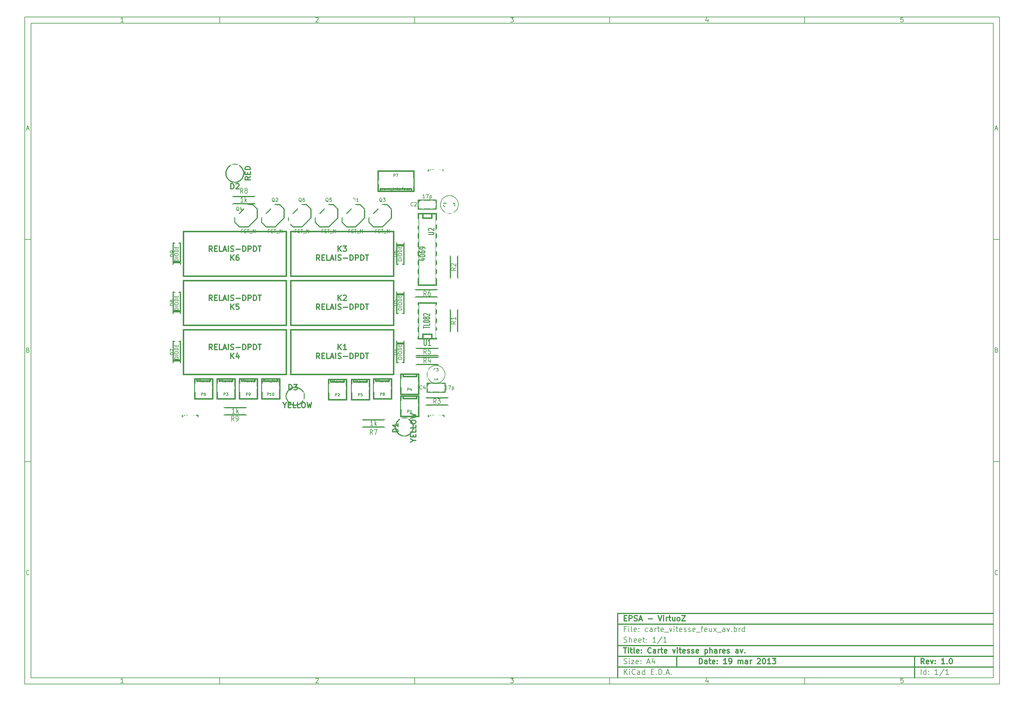
<source format=gto>
G04 (created by PCBNEW-RS274X (2012-01-19 BZR 3256)-stable) date 19/03/2013 15:01:36*
G01*
G70*
G90*
%MOIN*%
G04 Gerber Fmt 3.4, Leading zero omitted, Abs format*
%FSLAX34Y34*%
G04 APERTURE LIST*
%ADD10C,0.006000*%
%ADD11C,0.012000*%
%ADD12C,0.005000*%
%ADD13C,0.015000*%
%ADD14C,0.008000*%
%ADD15C,0.011300*%
%ADD16C,0.010000*%
%ADD17C,0.095000*%
%ADD18R,0.095000X0.095000*%
%ADD19R,0.110000X0.082000*%
%ADD20O,0.110000X0.082000*%
%ADD21C,0.295600*%
%ADD22R,0.110000X0.110000*%
%ADD23C,0.110000*%
%ADD24R,0.075000X0.075000*%
%ADD25C,0.075000*%
%ADD26R,0.105000X0.105000*%
%ADD27C,0.105000*%
G04 APERTURE END LIST*
G54D10*
X04000Y-04000D02*
X113000Y-04000D01*
X113000Y-78670D01*
X04000Y-78670D01*
X04000Y-04000D01*
X04700Y-04700D02*
X112300Y-04700D01*
X112300Y-77970D01*
X04700Y-77970D01*
X04700Y-04700D01*
X25800Y-04000D02*
X25800Y-04700D01*
X15043Y-04552D02*
X14757Y-04552D01*
X14900Y-04552D02*
X14900Y-04052D01*
X14852Y-04124D01*
X14805Y-04171D01*
X14757Y-04195D01*
X25800Y-78670D02*
X25800Y-77970D01*
X15043Y-78522D02*
X14757Y-78522D01*
X14900Y-78522D02*
X14900Y-78022D01*
X14852Y-78094D01*
X14805Y-78141D01*
X14757Y-78165D01*
X47600Y-04000D02*
X47600Y-04700D01*
X36557Y-04100D02*
X36581Y-04076D01*
X36629Y-04052D01*
X36748Y-04052D01*
X36795Y-04076D01*
X36819Y-04100D01*
X36843Y-04148D01*
X36843Y-04195D01*
X36819Y-04267D01*
X36533Y-04552D01*
X36843Y-04552D01*
X47600Y-78670D02*
X47600Y-77970D01*
X36557Y-78070D02*
X36581Y-78046D01*
X36629Y-78022D01*
X36748Y-78022D01*
X36795Y-78046D01*
X36819Y-78070D01*
X36843Y-78118D01*
X36843Y-78165D01*
X36819Y-78237D01*
X36533Y-78522D01*
X36843Y-78522D01*
X69400Y-04000D02*
X69400Y-04700D01*
X58333Y-04052D02*
X58643Y-04052D01*
X58476Y-04243D01*
X58548Y-04243D01*
X58595Y-04267D01*
X58619Y-04290D01*
X58643Y-04338D01*
X58643Y-04457D01*
X58619Y-04505D01*
X58595Y-04529D01*
X58548Y-04552D01*
X58405Y-04552D01*
X58357Y-04529D01*
X58333Y-04505D01*
X69400Y-78670D02*
X69400Y-77970D01*
X58333Y-78022D02*
X58643Y-78022D01*
X58476Y-78213D01*
X58548Y-78213D01*
X58595Y-78237D01*
X58619Y-78260D01*
X58643Y-78308D01*
X58643Y-78427D01*
X58619Y-78475D01*
X58595Y-78499D01*
X58548Y-78522D01*
X58405Y-78522D01*
X58357Y-78499D01*
X58333Y-78475D01*
X91200Y-04000D02*
X91200Y-04700D01*
X80395Y-04219D02*
X80395Y-04552D01*
X80276Y-04029D02*
X80157Y-04386D01*
X80467Y-04386D01*
X91200Y-78670D02*
X91200Y-77970D01*
X80395Y-78189D02*
X80395Y-78522D01*
X80276Y-77999D02*
X80157Y-78356D01*
X80467Y-78356D01*
X102219Y-04052D02*
X101981Y-04052D01*
X101957Y-04290D01*
X101981Y-04267D01*
X102029Y-04243D01*
X102148Y-04243D01*
X102195Y-04267D01*
X102219Y-04290D01*
X102243Y-04338D01*
X102243Y-04457D01*
X102219Y-04505D01*
X102195Y-04529D01*
X102148Y-04552D01*
X102029Y-04552D01*
X101981Y-04529D01*
X101957Y-04505D01*
X102219Y-78022D02*
X101981Y-78022D01*
X101957Y-78260D01*
X101981Y-78237D01*
X102029Y-78213D01*
X102148Y-78213D01*
X102195Y-78237D01*
X102219Y-78260D01*
X102243Y-78308D01*
X102243Y-78427D01*
X102219Y-78475D01*
X102195Y-78499D01*
X102148Y-78522D01*
X102029Y-78522D01*
X101981Y-78499D01*
X101957Y-78475D01*
X04000Y-28890D02*
X04700Y-28890D01*
X04231Y-16510D02*
X04469Y-16510D01*
X04184Y-16652D02*
X04350Y-16152D01*
X04517Y-16652D01*
X113000Y-28890D02*
X112300Y-28890D01*
X112531Y-16510D02*
X112769Y-16510D01*
X112484Y-16652D02*
X112650Y-16152D01*
X112817Y-16652D01*
X04000Y-53780D02*
X04700Y-53780D01*
X04386Y-41280D02*
X04457Y-41304D01*
X04481Y-41328D01*
X04505Y-41376D01*
X04505Y-41447D01*
X04481Y-41495D01*
X04457Y-41519D01*
X04410Y-41542D01*
X04219Y-41542D01*
X04219Y-41042D01*
X04386Y-41042D01*
X04433Y-41066D01*
X04457Y-41090D01*
X04481Y-41138D01*
X04481Y-41185D01*
X04457Y-41233D01*
X04433Y-41257D01*
X04386Y-41280D01*
X04219Y-41280D01*
X113000Y-53780D02*
X112300Y-53780D01*
X112686Y-41280D02*
X112757Y-41304D01*
X112781Y-41328D01*
X112805Y-41376D01*
X112805Y-41447D01*
X112781Y-41495D01*
X112757Y-41519D01*
X112710Y-41542D01*
X112519Y-41542D01*
X112519Y-41042D01*
X112686Y-41042D01*
X112733Y-41066D01*
X112757Y-41090D01*
X112781Y-41138D01*
X112781Y-41185D01*
X112757Y-41233D01*
X112733Y-41257D01*
X112686Y-41280D01*
X112519Y-41280D01*
X04505Y-66385D02*
X04481Y-66409D01*
X04410Y-66432D01*
X04362Y-66432D01*
X04290Y-66409D01*
X04243Y-66361D01*
X04219Y-66313D01*
X04195Y-66218D01*
X04195Y-66147D01*
X04219Y-66051D01*
X04243Y-66004D01*
X04290Y-65956D01*
X04362Y-65932D01*
X04410Y-65932D01*
X04481Y-65956D01*
X04505Y-65980D01*
X112805Y-66385D02*
X112781Y-66409D01*
X112710Y-66432D01*
X112662Y-66432D01*
X112590Y-66409D01*
X112543Y-66361D01*
X112519Y-66313D01*
X112495Y-66218D01*
X112495Y-66147D01*
X112519Y-66051D01*
X112543Y-66004D01*
X112590Y-65956D01*
X112662Y-65932D01*
X112710Y-65932D01*
X112781Y-65956D01*
X112805Y-65980D01*
G54D11*
X79443Y-76413D02*
X79443Y-75813D01*
X79586Y-75813D01*
X79671Y-75841D01*
X79729Y-75899D01*
X79757Y-75956D01*
X79786Y-76070D01*
X79786Y-76156D01*
X79757Y-76270D01*
X79729Y-76327D01*
X79671Y-76384D01*
X79586Y-76413D01*
X79443Y-76413D01*
X80300Y-76413D02*
X80300Y-76099D01*
X80271Y-76041D01*
X80214Y-76013D01*
X80100Y-76013D01*
X80043Y-76041D01*
X80300Y-76384D02*
X80243Y-76413D01*
X80100Y-76413D01*
X80043Y-76384D01*
X80014Y-76327D01*
X80014Y-76270D01*
X80043Y-76213D01*
X80100Y-76184D01*
X80243Y-76184D01*
X80300Y-76156D01*
X80500Y-76013D02*
X80729Y-76013D01*
X80586Y-75813D02*
X80586Y-76327D01*
X80614Y-76384D01*
X80672Y-76413D01*
X80729Y-76413D01*
X81157Y-76384D02*
X81100Y-76413D01*
X80986Y-76413D01*
X80929Y-76384D01*
X80900Y-76327D01*
X80900Y-76099D01*
X80929Y-76041D01*
X80986Y-76013D01*
X81100Y-76013D01*
X81157Y-76041D01*
X81186Y-76099D01*
X81186Y-76156D01*
X80900Y-76213D01*
X81443Y-76356D02*
X81471Y-76384D01*
X81443Y-76413D01*
X81414Y-76384D01*
X81443Y-76356D01*
X81443Y-76413D01*
X81443Y-76041D02*
X81471Y-76070D01*
X81443Y-76099D01*
X81414Y-76070D01*
X81443Y-76041D01*
X81443Y-76099D01*
X82500Y-76413D02*
X82157Y-76413D01*
X82329Y-76413D02*
X82329Y-75813D01*
X82272Y-75899D01*
X82214Y-75956D01*
X82157Y-75984D01*
X82785Y-76413D02*
X82900Y-76413D01*
X82957Y-76384D01*
X82985Y-76356D01*
X83043Y-76270D01*
X83071Y-76156D01*
X83071Y-75927D01*
X83043Y-75870D01*
X83014Y-75841D01*
X82957Y-75813D01*
X82843Y-75813D01*
X82785Y-75841D01*
X82757Y-75870D01*
X82728Y-75927D01*
X82728Y-76070D01*
X82757Y-76127D01*
X82785Y-76156D01*
X82843Y-76184D01*
X82957Y-76184D01*
X83014Y-76156D01*
X83043Y-76127D01*
X83071Y-76070D01*
X83785Y-76413D02*
X83785Y-76013D01*
X83785Y-76070D02*
X83813Y-76041D01*
X83871Y-76013D01*
X83956Y-76013D01*
X84013Y-76041D01*
X84042Y-76099D01*
X84042Y-76413D01*
X84042Y-76099D02*
X84071Y-76041D01*
X84128Y-76013D01*
X84213Y-76013D01*
X84271Y-76041D01*
X84299Y-76099D01*
X84299Y-76413D01*
X84842Y-76413D02*
X84842Y-76099D01*
X84813Y-76041D01*
X84756Y-76013D01*
X84642Y-76013D01*
X84585Y-76041D01*
X84842Y-76384D02*
X84785Y-76413D01*
X84642Y-76413D01*
X84585Y-76384D01*
X84556Y-76327D01*
X84556Y-76270D01*
X84585Y-76213D01*
X84642Y-76184D01*
X84785Y-76184D01*
X84842Y-76156D01*
X85128Y-76413D02*
X85128Y-76013D01*
X85128Y-76127D02*
X85156Y-76070D01*
X85185Y-76041D01*
X85242Y-76013D01*
X85299Y-76013D01*
X85927Y-75870D02*
X85956Y-75841D01*
X86013Y-75813D01*
X86156Y-75813D01*
X86213Y-75841D01*
X86242Y-75870D01*
X86270Y-75927D01*
X86270Y-75984D01*
X86242Y-76070D01*
X85899Y-76413D01*
X86270Y-76413D01*
X86641Y-75813D02*
X86698Y-75813D01*
X86755Y-75841D01*
X86784Y-75870D01*
X86813Y-75927D01*
X86841Y-76041D01*
X86841Y-76184D01*
X86813Y-76299D01*
X86784Y-76356D01*
X86755Y-76384D01*
X86698Y-76413D01*
X86641Y-76413D01*
X86584Y-76384D01*
X86555Y-76356D01*
X86527Y-76299D01*
X86498Y-76184D01*
X86498Y-76041D01*
X86527Y-75927D01*
X86555Y-75870D01*
X86584Y-75841D01*
X86641Y-75813D01*
X87412Y-76413D02*
X87069Y-76413D01*
X87241Y-76413D02*
X87241Y-75813D01*
X87184Y-75899D01*
X87126Y-75956D01*
X87069Y-75984D01*
X87612Y-75813D02*
X87983Y-75813D01*
X87783Y-76041D01*
X87869Y-76041D01*
X87926Y-76070D01*
X87955Y-76099D01*
X87983Y-76156D01*
X87983Y-76299D01*
X87955Y-76356D01*
X87926Y-76384D01*
X87869Y-76413D01*
X87697Y-76413D01*
X87640Y-76384D01*
X87612Y-76356D01*
G54D10*
X71043Y-77613D02*
X71043Y-77013D01*
X71386Y-77613D02*
X71129Y-77270D01*
X71386Y-77013D02*
X71043Y-77356D01*
X71643Y-77613D02*
X71643Y-77213D01*
X71643Y-77013D02*
X71614Y-77041D01*
X71643Y-77070D01*
X71671Y-77041D01*
X71643Y-77013D01*
X71643Y-77070D01*
X72272Y-77556D02*
X72243Y-77584D01*
X72157Y-77613D01*
X72100Y-77613D01*
X72015Y-77584D01*
X71957Y-77527D01*
X71929Y-77470D01*
X71900Y-77356D01*
X71900Y-77270D01*
X71929Y-77156D01*
X71957Y-77099D01*
X72015Y-77041D01*
X72100Y-77013D01*
X72157Y-77013D01*
X72243Y-77041D01*
X72272Y-77070D01*
X72786Y-77613D02*
X72786Y-77299D01*
X72757Y-77241D01*
X72700Y-77213D01*
X72586Y-77213D01*
X72529Y-77241D01*
X72786Y-77584D02*
X72729Y-77613D01*
X72586Y-77613D01*
X72529Y-77584D01*
X72500Y-77527D01*
X72500Y-77470D01*
X72529Y-77413D01*
X72586Y-77384D01*
X72729Y-77384D01*
X72786Y-77356D01*
X73329Y-77613D02*
X73329Y-77013D01*
X73329Y-77584D02*
X73272Y-77613D01*
X73158Y-77613D01*
X73100Y-77584D01*
X73072Y-77556D01*
X73043Y-77499D01*
X73043Y-77327D01*
X73072Y-77270D01*
X73100Y-77241D01*
X73158Y-77213D01*
X73272Y-77213D01*
X73329Y-77241D01*
X74072Y-77299D02*
X74272Y-77299D01*
X74358Y-77613D02*
X74072Y-77613D01*
X74072Y-77013D01*
X74358Y-77013D01*
X74615Y-77556D02*
X74643Y-77584D01*
X74615Y-77613D01*
X74586Y-77584D01*
X74615Y-77556D01*
X74615Y-77613D01*
X74901Y-77613D02*
X74901Y-77013D01*
X75044Y-77013D01*
X75129Y-77041D01*
X75187Y-77099D01*
X75215Y-77156D01*
X75244Y-77270D01*
X75244Y-77356D01*
X75215Y-77470D01*
X75187Y-77527D01*
X75129Y-77584D01*
X75044Y-77613D01*
X74901Y-77613D01*
X75501Y-77556D02*
X75529Y-77584D01*
X75501Y-77613D01*
X75472Y-77584D01*
X75501Y-77556D01*
X75501Y-77613D01*
X75758Y-77441D02*
X76044Y-77441D01*
X75701Y-77613D02*
X75901Y-77013D01*
X76101Y-77613D01*
X76301Y-77556D02*
X76329Y-77584D01*
X76301Y-77613D01*
X76272Y-77584D01*
X76301Y-77556D01*
X76301Y-77613D01*
G54D11*
X104586Y-76413D02*
X104386Y-76127D01*
X104243Y-76413D02*
X104243Y-75813D01*
X104471Y-75813D01*
X104529Y-75841D01*
X104557Y-75870D01*
X104586Y-75927D01*
X104586Y-76013D01*
X104557Y-76070D01*
X104529Y-76099D01*
X104471Y-76127D01*
X104243Y-76127D01*
X105071Y-76384D02*
X105014Y-76413D01*
X104900Y-76413D01*
X104843Y-76384D01*
X104814Y-76327D01*
X104814Y-76099D01*
X104843Y-76041D01*
X104900Y-76013D01*
X105014Y-76013D01*
X105071Y-76041D01*
X105100Y-76099D01*
X105100Y-76156D01*
X104814Y-76213D01*
X105300Y-76013D02*
X105443Y-76413D01*
X105585Y-76013D01*
X105814Y-76356D02*
X105842Y-76384D01*
X105814Y-76413D01*
X105785Y-76384D01*
X105814Y-76356D01*
X105814Y-76413D01*
X105814Y-76041D02*
X105842Y-76070D01*
X105814Y-76099D01*
X105785Y-76070D01*
X105814Y-76041D01*
X105814Y-76099D01*
X106871Y-76413D02*
X106528Y-76413D01*
X106700Y-76413D02*
X106700Y-75813D01*
X106643Y-75899D01*
X106585Y-75956D01*
X106528Y-75984D01*
X107128Y-76356D02*
X107156Y-76384D01*
X107128Y-76413D01*
X107099Y-76384D01*
X107128Y-76356D01*
X107128Y-76413D01*
X107528Y-75813D02*
X107585Y-75813D01*
X107642Y-75841D01*
X107671Y-75870D01*
X107700Y-75927D01*
X107728Y-76041D01*
X107728Y-76184D01*
X107700Y-76299D01*
X107671Y-76356D01*
X107642Y-76384D01*
X107585Y-76413D01*
X107528Y-76413D01*
X107471Y-76384D01*
X107442Y-76356D01*
X107414Y-76299D01*
X107385Y-76184D01*
X107385Y-76041D01*
X107414Y-75927D01*
X107442Y-75870D01*
X107471Y-75841D01*
X107528Y-75813D01*
G54D10*
X71014Y-76384D02*
X71100Y-76413D01*
X71243Y-76413D01*
X71300Y-76384D01*
X71329Y-76356D01*
X71357Y-76299D01*
X71357Y-76241D01*
X71329Y-76184D01*
X71300Y-76156D01*
X71243Y-76127D01*
X71129Y-76099D01*
X71071Y-76070D01*
X71043Y-76041D01*
X71014Y-75984D01*
X71014Y-75927D01*
X71043Y-75870D01*
X71071Y-75841D01*
X71129Y-75813D01*
X71271Y-75813D01*
X71357Y-75841D01*
X71614Y-76413D02*
X71614Y-76013D01*
X71614Y-75813D02*
X71585Y-75841D01*
X71614Y-75870D01*
X71642Y-75841D01*
X71614Y-75813D01*
X71614Y-75870D01*
X71843Y-76013D02*
X72157Y-76013D01*
X71843Y-76413D01*
X72157Y-76413D01*
X72614Y-76384D02*
X72557Y-76413D01*
X72443Y-76413D01*
X72386Y-76384D01*
X72357Y-76327D01*
X72357Y-76099D01*
X72386Y-76041D01*
X72443Y-76013D01*
X72557Y-76013D01*
X72614Y-76041D01*
X72643Y-76099D01*
X72643Y-76156D01*
X72357Y-76213D01*
X72900Y-76356D02*
X72928Y-76384D01*
X72900Y-76413D01*
X72871Y-76384D01*
X72900Y-76356D01*
X72900Y-76413D01*
X72900Y-76041D02*
X72928Y-76070D01*
X72900Y-76099D01*
X72871Y-76070D01*
X72900Y-76041D01*
X72900Y-76099D01*
X73614Y-76241D02*
X73900Y-76241D01*
X73557Y-76413D02*
X73757Y-75813D01*
X73957Y-76413D01*
X74414Y-76013D02*
X74414Y-76413D01*
X74271Y-75784D02*
X74128Y-76213D01*
X74500Y-76213D01*
X104243Y-77613D02*
X104243Y-77013D01*
X104786Y-77613D02*
X104786Y-77013D01*
X104786Y-77584D02*
X104729Y-77613D01*
X104615Y-77613D01*
X104557Y-77584D01*
X104529Y-77556D01*
X104500Y-77499D01*
X104500Y-77327D01*
X104529Y-77270D01*
X104557Y-77241D01*
X104615Y-77213D01*
X104729Y-77213D01*
X104786Y-77241D01*
X105072Y-77556D02*
X105100Y-77584D01*
X105072Y-77613D01*
X105043Y-77584D01*
X105072Y-77556D01*
X105072Y-77613D01*
X105072Y-77241D02*
X105100Y-77270D01*
X105072Y-77299D01*
X105043Y-77270D01*
X105072Y-77241D01*
X105072Y-77299D01*
X106129Y-77613D02*
X105786Y-77613D01*
X105958Y-77613D02*
X105958Y-77013D01*
X105901Y-77099D01*
X105843Y-77156D01*
X105786Y-77184D01*
X106814Y-76984D02*
X106300Y-77756D01*
X107329Y-77613D02*
X106986Y-77613D01*
X107158Y-77613D02*
X107158Y-77013D01*
X107101Y-77099D01*
X107043Y-77156D01*
X106986Y-77184D01*
G54D11*
X70957Y-74613D02*
X71300Y-74613D01*
X71129Y-75213D02*
X71129Y-74613D01*
X71500Y-75213D02*
X71500Y-74813D01*
X71500Y-74613D02*
X71471Y-74641D01*
X71500Y-74670D01*
X71528Y-74641D01*
X71500Y-74613D01*
X71500Y-74670D01*
X71700Y-74813D02*
X71929Y-74813D01*
X71786Y-74613D02*
X71786Y-75127D01*
X71814Y-75184D01*
X71872Y-75213D01*
X71929Y-75213D01*
X72215Y-75213D02*
X72157Y-75184D01*
X72129Y-75127D01*
X72129Y-74613D01*
X72671Y-75184D02*
X72614Y-75213D01*
X72500Y-75213D01*
X72443Y-75184D01*
X72414Y-75127D01*
X72414Y-74899D01*
X72443Y-74841D01*
X72500Y-74813D01*
X72614Y-74813D01*
X72671Y-74841D01*
X72700Y-74899D01*
X72700Y-74956D01*
X72414Y-75013D01*
X72957Y-75156D02*
X72985Y-75184D01*
X72957Y-75213D01*
X72928Y-75184D01*
X72957Y-75156D01*
X72957Y-75213D01*
X72957Y-74841D02*
X72985Y-74870D01*
X72957Y-74899D01*
X72928Y-74870D01*
X72957Y-74841D01*
X72957Y-74899D01*
X74043Y-75156D02*
X74014Y-75184D01*
X73928Y-75213D01*
X73871Y-75213D01*
X73786Y-75184D01*
X73728Y-75127D01*
X73700Y-75070D01*
X73671Y-74956D01*
X73671Y-74870D01*
X73700Y-74756D01*
X73728Y-74699D01*
X73786Y-74641D01*
X73871Y-74613D01*
X73928Y-74613D01*
X74014Y-74641D01*
X74043Y-74670D01*
X74557Y-75213D02*
X74557Y-74899D01*
X74528Y-74841D01*
X74471Y-74813D01*
X74357Y-74813D01*
X74300Y-74841D01*
X74557Y-75184D02*
X74500Y-75213D01*
X74357Y-75213D01*
X74300Y-75184D01*
X74271Y-75127D01*
X74271Y-75070D01*
X74300Y-75013D01*
X74357Y-74984D01*
X74500Y-74984D01*
X74557Y-74956D01*
X74843Y-75213D02*
X74843Y-74813D01*
X74843Y-74927D02*
X74871Y-74870D01*
X74900Y-74841D01*
X74957Y-74813D01*
X75014Y-74813D01*
X75128Y-74813D02*
X75357Y-74813D01*
X75214Y-74613D02*
X75214Y-75127D01*
X75242Y-75184D01*
X75300Y-75213D01*
X75357Y-75213D01*
X75785Y-75184D02*
X75728Y-75213D01*
X75614Y-75213D01*
X75557Y-75184D01*
X75528Y-75127D01*
X75528Y-74899D01*
X75557Y-74841D01*
X75614Y-74813D01*
X75728Y-74813D01*
X75785Y-74841D01*
X75814Y-74899D01*
X75814Y-74956D01*
X75528Y-75013D01*
X76471Y-74813D02*
X76614Y-75213D01*
X76756Y-74813D01*
X76985Y-75213D02*
X76985Y-74813D01*
X76985Y-74613D02*
X76956Y-74641D01*
X76985Y-74670D01*
X77013Y-74641D01*
X76985Y-74613D01*
X76985Y-74670D01*
X77185Y-74813D02*
X77414Y-74813D01*
X77271Y-74613D02*
X77271Y-75127D01*
X77299Y-75184D01*
X77357Y-75213D01*
X77414Y-75213D01*
X77842Y-75184D02*
X77785Y-75213D01*
X77671Y-75213D01*
X77614Y-75184D01*
X77585Y-75127D01*
X77585Y-74899D01*
X77614Y-74841D01*
X77671Y-74813D01*
X77785Y-74813D01*
X77842Y-74841D01*
X77871Y-74899D01*
X77871Y-74956D01*
X77585Y-75013D01*
X78099Y-75184D02*
X78156Y-75213D01*
X78271Y-75213D01*
X78328Y-75184D01*
X78356Y-75127D01*
X78356Y-75099D01*
X78328Y-75041D01*
X78271Y-75013D01*
X78185Y-75013D01*
X78128Y-74984D01*
X78099Y-74927D01*
X78099Y-74899D01*
X78128Y-74841D01*
X78185Y-74813D01*
X78271Y-74813D01*
X78328Y-74841D01*
X78585Y-75184D02*
X78642Y-75213D01*
X78757Y-75213D01*
X78814Y-75184D01*
X78842Y-75127D01*
X78842Y-75099D01*
X78814Y-75041D01*
X78757Y-75013D01*
X78671Y-75013D01*
X78614Y-74984D01*
X78585Y-74927D01*
X78585Y-74899D01*
X78614Y-74841D01*
X78671Y-74813D01*
X78757Y-74813D01*
X78814Y-74841D01*
X79328Y-75184D02*
X79271Y-75213D01*
X79157Y-75213D01*
X79100Y-75184D01*
X79071Y-75127D01*
X79071Y-74899D01*
X79100Y-74841D01*
X79157Y-74813D01*
X79271Y-74813D01*
X79328Y-74841D01*
X79357Y-74899D01*
X79357Y-74956D01*
X79071Y-75013D01*
X80071Y-74813D02*
X80071Y-75413D01*
X80071Y-74841D02*
X80128Y-74813D01*
X80242Y-74813D01*
X80299Y-74841D01*
X80328Y-74870D01*
X80357Y-74927D01*
X80357Y-75099D01*
X80328Y-75156D01*
X80299Y-75184D01*
X80242Y-75213D01*
X80128Y-75213D01*
X80071Y-75184D01*
X80614Y-75213D02*
X80614Y-74613D01*
X80871Y-75213D02*
X80871Y-74899D01*
X80842Y-74841D01*
X80785Y-74813D01*
X80700Y-74813D01*
X80642Y-74841D01*
X80614Y-74870D01*
X81414Y-75213D02*
X81414Y-74899D01*
X81385Y-74841D01*
X81328Y-74813D01*
X81214Y-74813D01*
X81157Y-74841D01*
X81414Y-75184D02*
X81357Y-75213D01*
X81214Y-75213D01*
X81157Y-75184D01*
X81128Y-75127D01*
X81128Y-75070D01*
X81157Y-75013D01*
X81214Y-74984D01*
X81357Y-74984D01*
X81414Y-74956D01*
X81700Y-75213D02*
X81700Y-74813D01*
X81700Y-74927D02*
X81728Y-74870D01*
X81757Y-74841D01*
X81814Y-74813D01*
X81871Y-74813D01*
X82299Y-75184D02*
X82242Y-75213D01*
X82128Y-75213D01*
X82071Y-75184D01*
X82042Y-75127D01*
X82042Y-74899D01*
X82071Y-74841D01*
X82128Y-74813D01*
X82242Y-74813D01*
X82299Y-74841D01*
X82328Y-74899D01*
X82328Y-74956D01*
X82042Y-75013D01*
X82556Y-75184D02*
X82613Y-75213D01*
X82728Y-75213D01*
X82785Y-75184D01*
X82813Y-75127D01*
X82813Y-75099D01*
X82785Y-75041D01*
X82728Y-75013D01*
X82642Y-75013D01*
X82585Y-74984D01*
X82556Y-74927D01*
X82556Y-74899D01*
X82585Y-74841D01*
X82642Y-74813D01*
X82728Y-74813D01*
X82785Y-74841D01*
X83785Y-75213D02*
X83785Y-74899D01*
X83756Y-74841D01*
X83699Y-74813D01*
X83585Y-74813D01*
X83528Y-74841D01*
X83785Y-75184D02*
X83728Y-75213D01*
X83585Y-75213D01*
X83528Y-75184D01*
X83499Y-75127D01*
X83499Y-75070D01*
X83528Y-75013D01*
X83585Y-74984D01*
X83728Y-74984D01*
X83785Y-74956D01*
X84014Y-74813D02*
X84157Y-75213D01*
X84299Y-74813D01*
X84528Y-75156D02*
X84556Y-75184D01*
X84528Y-75213D01*
X84499Y-75184D01*
X84528Y-75156D01*
X84528Y-75213D01*
G54D10*
X71243Y-72499D02*
X71043Y-72499D01*
X71043Y-72813D02*
X71043Y-72213D01*
X71329Y-72213D01*
X71557Y-72813D02*
X71557Y-72413D01*
X71557Y-72213D02*
X71528Y-72241D01*
X71557Y-72270D01*
X71585Y-72241D01*
X71557Y-72213D01*
X71557Y-72270D01*
X71929Y-72813D02*
X71871Y-72784D01*
X71843Y-72727D01*
X71843Y-72213D01*
X72385Y-72784D02*
X72328Y-72813D01*
X72214Y-72813D01*
X72157Y-72784D01*
X72128Y-72727D01*
X72128Y-72499D01*
X72157Y-72441D01*
X72214Y-72413D01*
X72328Y-72413D01*
X72385Y-72441D01*
X72414Y-72499D01*
X72414Y-72556D01*
X72128Y-72613D01*
X72671Y-72756D02*
X72699Y-72784D01*
X72671Y-72813D01*
X72642Y-72784D01*
X72671Y-72756D01*
X72671Y-72813D01*
X72671Y-72441D02*
X72699Y-72470D01*
X72671Y-72499D01*
X72642Y-72470D01*
X72671Y-72441D01*
X72671Y-72499D01*
X73671Y-72784D02*
X73614Y-72813D01*
X73500Y-72813D01*
X73442Y-72784D01*
X73414Y-72756D01*
X73385Y-72699D01*
X73385Y-72527D01*
X73414Y-72470D01*
X73442Y-72441D01*
X73500Y-72413D01*
X73614Y-72413D01*
X73671Y-72441D01*
X74185Y-72813D02*
X74185Y-72499D01*
X74156Y-72441D01*
X74099Y-72413D01*
X73985Y-72413D01*
X73928Y-72441D01*
X74185Y-72784D02*
X74128Y-72813D01*
X73985Y-72813D01*
X73928Y-72784D01*
X73899Y-72727D01*
X73899Y-72670D01*
X73928Y-72613D01*
X73985Y-72584D01*
X74128Y-72584D01*
X74185Y-72556D01*
X74471Y-72813D02*
X74471Y-72413D01*
X74471Y-72527D02*
X74499Y-72470D01*
X74528Y-72441D01*
X74585Y-72413D01*
X74642Y-72413D01*
X74756Y-72413D02*
X74985Y-72413D01*
X74842Y-72213D02*
X74842Y-72727D01*
X74870Y-72784D01*
X74928Y-72813D01*
X74985Y-72813D01*
X75413Y-72784D02*
X75356Y-72813D01*
X75242Y-72813D01*
X75185Y-72784D01*
X75156Y-72727D01*
X75156Y-72499D01*
X75185Y-72441D01*
X75242Y-72413D01*
X75356Y-72413D01*
X75413Y-72441D01*
X75442Y-72499D01*
X75442Y-72556D01*
X75156Y-72613D01*
X75556Y-72870D02*
X76013Y-72870D01*
X76099Y-72413D02*
X76242Y-72813D01*
X76384Y-72413D01*
X76613Y-72813D02*
X76613Y-72413D01*
X76613Y-72213D02*
X76584Y-72241D01*
X76613Y-72270D01*
X76641Y-72241D01*
X76613Y-72213D01*
X76613Y-72270D01*
X76813Y-72413D02*
X77042Y-72413D01*
X76899Y-72213D02*
X76899Y-72727D01*
X76927Y-72784D01*
X76985Y-72813D01*
X77042Y-72813D01*
X77470Y-72784D02*
X77413Y-72813D01*
X77299Y-72813D01*
X77242Y-72784D01*
X77213Y-72727D01*
X77213Y-72499D01*
X77242Y-72441D01*
X77299Y-72413D01*
X77413Y-72413D01*
X77470Y-72441D01*
X77499Y-72499D01*
X77499Y-72556D01*
X77213Y-72613D01*
X77727Y-72784D02*
X77784Y-72813D01*
X77899Y-72813D01*
X77956Y-72784D01*
X77984Y-72727D01*
X77984Y-72699D01*
X77956Y-72641D01*
X77899Y-72613D01*
X77813Y-72613D01*
X77756Y-72584D01*
X77727Y-72527D01*
X77727Y-72499D01*
X77756Y-72441D01*
X77813Y-72413D01*
X77899Y-72413D01*
X77956Y-72441D01*
X78213Y-72784D02*
X78270Y-72813D01*
X78385Y-72813D01*
X78442Y-72784D01*
X78470Y-72727D01*
X78470Y-72699D01*
X78442Y-72641D01*
X78385Y-72613D01*
X78299Y-72613D01*
X78242Y-72584D01*
X78213Y-72527D01*
X78213Y-72499D01*
X78242Y-72441D01*
X78299Y-72413D01*
X78385Y-72413D01*
X78442Y-72441D01*
X78956Y-72784D02*
X78899Y-72813D01*
X78785Y-72813D01*
X78728Y-72784D01*
X78699Y-72727D01*
X78699Y-72499D01*
X78728Y-72441D01*
X78785Y-72413D01*
X78899Y-72413D01*
X78956Y-72441D01*
X78985Y-72499D01*
X78985Y-72556D01*
X78699Y-72613D01*
X79099Y-72870D02*
X79556Y-72870D01*
X79613Y-72413D02*
X79842Y-72413D01*
X79699Y-72813D02*
X79699Y-72299D01*
X79727Y-72241D01*
X79785Y-72213D01*
X79842Y-72213D01*
X80270Y-72784D02*
X80213Y-72813D01*
X80099Y-72813D01*
X80042Y-72784D01*
X80013Y-72727D01*
X80013Y-72499D01*
X80042Y-72441D01*
X80099Y-72413D01*
X80213Y-72413D01*
X80270Y-72441D01*
X80299Y-72499D01*
X80299Y-72556D01*
X80013Y-72613D01*
X80813Y-72413D02*
X80813Y-72813D01*
X80556Y-72413D02*
X80556Y-72727D01*
X80584Y-72784D01*
X80642Y-72813D01*
X80727Y-72813D01*
X80784Y-72784D01*
X80813Y-72756D01*
X81042Y-72813D02*
X81356Y-72413D01*
X81042Y-72413D02*
X81356Y-72813D01*
X81442Y-72870D02*
X81899Y-72870D01*
X82299Y-72813D02*
X82299Y-72499D01*
X82270Y-72441D01*
X82213Y-72413D01*
X82099Y-72413D01*
X82042Y-72441D01*
X82299Y-72784D02*
X82242Y-72813D01*
X82099Y-72813D01*
X82042Y-72784D01*
X82013Y-72727D01*
X82013Y-72670D01*
X82042Y-72613D01*
X82099Y-72584D01*
X82242Y-72584D01*
X82299Y-72556D01*
X82528Y-72413D02*
X82671Y-72813D01*
X82813Y-72413D01*
X83042Y-72756D02*
X83070Y-72784D01*
X83042Y-72813D01*
X83013Y-72784D01*
X83042Y-72756D01*
X83042Y-72813D01*
X83328Y-72813D02*
X83328Y-72213D01*
X83328Y-72441D02*
X83385Y-72413D01*
X83499Y-72413D01*
X83556Y-72441D01*
X83585Y-72470D01*
X83614Y-72527D01*
X83614Y-72699D01*
X83585Y-72756D01*
X83556Y-72784D01*
X83499Y-72813D01*
X83385Y-72813D01*
X83328Y-72784D01*
X83871Y-72813D02*
X83871Y-72413D01*
X83871Y-72527D02*
X83899Y-72470D01*
X83928Y-72441D01*
X83985Y-72413D01*
X84042Y-72413D01*
X84499Y-72813D02*
X84499Y-72213D01*
X84499Y-72784D02*
X84442Y-72813D01*
X84328Y-72813D01*
X84270Y-72784D01*
X84242Y-72756D01*
X84213Y-72699D01*
X84213Y-72527D01*
X84242Y-72470D01*
X84270Y-72441D01*
X84328Y-72413D01*
X84442Y-72413D01*
X84499Y-72441D01*
X71014Y-73984D02*
X71100Y-74013D01*
X71243Y-74013D01*
X71300Y-73984D01*
X71329Y-73956D01*
X71357Y-73899D01*
X71357Y-73841D01*
X71329Y-73784D01*
X71300Y-73756D01*
X71243Y-73727D01*
X71129Y-73699D01*
X71071Y-73670D01*
X71043Y-73641D01*
X71014Y-73584D01*
X71014Y-73527D01*
X71043Y-73470D01*
X71071Y-73441D01*
X71129Y-73413D01*
X71271Y-73413D01*
X71357Y-73441D01*
X71614Y-74013D02*
X71614Y-73413D01*
X71871Y-74013D02*
X71871Y-73699D01*
X71842Y-73641D01*
X71785Y-73613D01*
X71700Y-73613D01*
X71642Y-73641D01*
X71614Y-73670D01*
X72385Y-73984D02*
X72328Y-74013D01*
X72214Y-74013D01*
X72157Y-73984D01*
X72128Y-73927D01*
X72128Y-73699D01*
X72157Y-73641D01*
X72214Y-73613D01*
X72328Y-73613D01*
X72385Y-73641D01*
X72414Y-73699D01*
X72414Y-73756D01*
X72128Y-73813D01*
X72899Y-73984D02*
X72842Y-74013D01*
X72728Y-74013D01*
X72671Y-73984D01*
X72642Y-73927D01*
X72642Y-73699D01*
X72671Y-73641D01*
X72728Y-73613D01*
X72842Y-73613D01*
X72899Y-73641D01*
X72928Y-73699D01*
X72928Y-73756D01*
X72642Y-73813D01*
X73099Y-73613D02*
X73328Y-73613D01*
X73185Y-73413D02*
X73185Y-73927D01*
X73213Y-73984D01*
X73271Y-74013D01*
X73328Y-74013D01*
X73528Y-73956D02*
X73556Y-73984D01*
X73528Y-74013D01*
X73499Y-73984D01*
X73528Y-73956D01*
X73528Y-74013D01*
X73528Y-73641D02*
X73556Y-73670D01*
X73528Y-73699D01*
X73499Y-73670D01*
X73528Y-73641D01*
X73528Y-73699D01*
X74585Y-74013D02*
X74242Y-74013D01*
X74414Y-74013D02*
X74414Y-73413D01*
X74357Y-73499D01*
X74299Y-73556D01*
X74242Y-73584D01*
X75270Y-73384D02*
X74756Y-74156D01*
X75785Y-74013D02*
X75442Y-74013D01*
X75614Y-74013D02*
X75614Y-73413D01*
X75557Y-73499D01*
X75499Y-73556D01*
X75442Y-73584D01*
G54D11*
X71043Y-71299D02*
X71243Y-71299D01*
X71329Y-71613D02*
X71043Y-71613D01*
X71043Y-71013D01*
X71329Y-71013D01*
X71586Y-71613D02*
X71586Y-71013D01*
X71814Y-71013D01*
X71872Y-71041D01*
X71900Y-71070D01*
X71929Y-71127D01*
X71929Y-71213D01*
X71900Y-71270D01*
X71872Y-71299D01*
X71814Y-71327D01*
X71586Y-71327D01*
X72157Y-71584D02*
X72243Y-71613D01*
X72386Y-71613D01*
X72443Y-71584D01*
X72472Y-71556D01*
X72500Y-71499D01*
X72500Y-71441D01*
X72472Y-71384D01*
X72443Y-71356D01*
X72386Y-71327D01*
X72272Y-71299D01*
X72214Y-71270D01*
X72186Y-71241D01*
X72157Y-71184D01*
X72157Y-71127D01*
X72186Y-71070D01*
X72214Y-71041D01*
X72272Y-71013D01*
X72414Y-71013D01*
X72500Y-71041D01*
X72728Y-71441D02*
X73014Y-71441D01*
X72671Y-71613D02*
X72871Y-71013D01*
X73071Y-71613D01*
X73728Y-71384D02*
X74185Y-71384D01*
X74842Y-71013D02*
X75042Y-71613D01*
X75242Y-71013D01*
X75442Y-71613D02*
X75442Y-71213D01*
X75442Y-71013D02*
X75413Y-71041D01*
X75442Y-71070D01*
X75470Y-71041D01*
X75442Y-71013D01*
X75442Y-71070D01*
X75728Y-71613D02*
X75728Y-71213D01*
X75728Y-71327D02*
X75756Y-71270D01*
X75785Y-71241D01*
X75842Y-71213D01*
X75899Y-71213D01*
X76013Y-71213D02*
X76242Y-71213D01*
X76099Y-71013D02*
X76099Y-71527D01*
X76127Y-71584D01*
X76185Y-71613D01*
X76242Y-71613D01*
X76699Y-71213D02*
X76699Y-71613D01*
X76442Y-71213D02*
X76442Y-71527D01*
X76470Y-71584D01*
X76528Y-71613D01*
X76613Y-71613D01*
X76670Y-71584D01*
X76699Y-71556D01*
X77071Y-71613D02*
X77013Y-71584D01*
X76985Y-71556D01*
X76956Y-71499D01*
X76956Y-71327D01*
X76985Y-71270D01*
X77013Y-71241D01*
X77071Y-71213D01*
X77156Y-71213D01*
X77213Y-71241D01*
X77242Y-71270D01*
X77271Y-71327D01*
X77271Y-71499D01*
X77242Y-71556D01*
X77213Y-71584D01*
X77156Y-71613D01*
X77071Y-71613D01*
X77471Y-71013D02*
X77871Y-71013D01*
X77471Y-71613D01*
X77871Y-71613D01*
X70300Y-70770D02*
X70300Y-77970D01*
X70300Y-71970D02*
X112300Y-71970D01*
X70300Y-70770D02*
X112300Y-70770D01*
X70300Y-74370D02*
X112300Y-74370D01*
X103500Y-75570D02*
X103500Y-77970D01*
X70300Y-76770D02*
X112300Y-76770D01*
X70300Y-75570D02*
X112300Y-75570D01*
X76900Y-75570D02*
X76900Y-76770D01*
X48020Y-24500D02*
X50000Y-24500D01*
X50000Y-24500D02*
X50000Y-25500D01*
X50000Y-25500D02*
X48000Y-25500D01*
X48000Y-25500D02*
X48000Y-24500D01*
X48000Y-24750D02*
X48250Y-24500D01*
X49020Y-45000D02*
X51000Y-45000D01*
X51000Y-45000D02*
X51000Y-46000D01*
X51000Y-46000D02*
X49000Y-46000D01*
X49000Y-46000D02*
X49000Y-45000D01*
X49000Y-45250D02*
X49250Y-45000D01*
G54D12*
X51001Y-44000D02*
X50981Y-44194D01*
X50925Y-44381D01*
X50833Y-44553D01*
X50710Y-44705D01*
X50559Y-44829D01*
X50387Y-44922D01*
X50201Y-44980D01*
X50006Y-45000D01*
X49813Y-44983D01*
X49626Y-44928D01*
X49452Y-44837D01*
X49300Y-44715D01*
X49175Y-44565D01*
X49080Y-44394D01*
X49021Y-44208D01*
X49000Y-44013D01*
X49016Y-43820D01*
X49070Y-43632D01*
X49159Y-43458D01*
X49280Y-43305D01*
X49429Y-43179D01*
X49600Y-43083D01*
X49786Y-43023D01*
X49980Y-43000D01*
X50173Y-43015D01*
X50361Y-43067D01*
X50536Y-43155D01*
X50690Y-43276D01*
X50817Y-43423D01*
X50914Y-43593D01*
X50976Y-43779D01*
X51000Y-43973D01*
X51001Y-44000D01*
X52501Y-25000D02*
X52481Y-25194D01*
X52425Y-25381D01*
X52333Y-25553D01*
X52210Y-25705D01*
X52059Y-25829D01*
X51887Y-25922D01*
X51701Y-25980D01*
X51506Y-26000D01*
X51313Y-25983D01*
X51126Y-25928D01*
X50952Y-25837D01*
X50800Y-25715D01*
X50675Y-25565D01*
X50580Y-25394D01*
X50521Y-25208D01*
X50500Y-25013D01*
X50516Y-24820D01*
X50570Y-24632D01*
X50659Y-24458D01*
X50780Y-24305D01*
X50929Y-24179D01*
X51100Y-24083D01*
X51286Y-24023D01*
X51480Y-24000D01*
X51673Y-24015D01*
X51861Y-24067D01*
X52036Y-24155D01*
X52190Y-24276D01*
X52317Y-24423D01*
X52414Y-24593D01*
X52476Y-24779D01*
X52500Y-24973D01*
X52501Y-25000D01*
G54D13*
X50000Y-26000D02*
X50000Y-34000D01*
X48000Y-34000D02*
X48000Y-26000D01*
X48000Y-26000D02*
X50000Y-26000D01*
X49500Y-26000D02*
X49500Y-26500D01*
X49500Y-26500D02*
X48500Y-26500D01*
X48500Y-26500D02*
X48500Y-26000D01*
X50000Y-34000D02*
X48000Y-34000D01*
X48500Y-40000D02*
X48500Y-39500D01*
X48500Y-39500D02*
X49500Y-39500D01*
X49500Y-39500D02*
X49500Y-40000D01*
X48000Y-40000D02*
X48000Y-36000D01*
X48000Y-36000D02*
X50000Y-36000D01*
X50000Y-36000D02*
X50000Y-40000D01*
X50000Y-40000D02*
X48000Y-40000D01*
X38226Y-44571D02*
X38226Y-44821D01*
X38226Y-44821D02*
X39726Y-44821D01*
X39726Y-44821D02*
X39726Y-44571D01*
X37976Y-44571D02*
X37976Y-46821D01*
X37976Y-46821D02*
X39976Y-46821D01*
X39976Y-46821D02*
X39976Y-44571D01*
X39976Y-44571D02*
X37976Y-44571D01*
G54D10*
X37976Y-46071D02*
X37976Y-45071D01*
X39976Y-45071D02*
X39976Y-46071D01*
G54D13*
X46297Y-46441D02*
X46297Y-46691D01*
X46297Y-46691D02*
X47797Y-46691D01*
X47797Y-46691D02*
X47797Y-46441D01*
X46047Y-46441D02*
X46047Y-48691D01*
X46047Y-48691D02*
X48047Y-48691D01*
X48047Y-48691D02*
X48047Y-46441D01*
X48047Y-46441D02*
X46047Y-46441D01*
G54D10*
X46047Y-47941D02*
X46047Y-46941D01*
X48047Y-46941D02*
X48047Y-47941D01*
G54D13*
X25750Y-44500D02*
X25750Y-44750D01*
X25750Y-44750D02*
X27250Y-44750D01*
X27250Y-44750D02*
X27250Y-44500D01*
X25500Y-44500D02*
X25500Y-46750D01*
X25500Y-46750D02*
X27500Y-46750D01*
X27500Y-46750D02*
X27500Y-44500D01*
X27500Y-44500D02*
X25500Y-44500D01*
G54D10*
X25500Y-46000D02*
X25500Y-45000D01*
X27500Y-45000D02*
X27500Y-46000D01*
G54D13*
X46297Y-43980D02*
X46297Y-44230D01*
X46297Y-44230D02*
X47797Y-44230D01*
X47797Y-44230D02*
X47797Y-43980D01*
X46047Y-43980D02*
X46047Y-46230D01*
X46047Y-46230D02*
X48047Y-46230D01*
X48047Y-46230D02*
X48047Y-43980D01*
X48047Y-43980D02*
X46047Y-43980D01*
G54D10*
X46047Y-45480D02*
X46047Y-44480D01*
X48047Y-44480D02*
X48047Y-45480D01*
G54D13*
X40785Y-44571D02*
X40785Y-44821D01*
X40785Y-44821D02*
X42285Y-44821D01*
X42285Y-44821D02*
X42285Y-44571D01*
X40535Y-44571D02*
X40535Y-46821D01*
X40535Y-46821D02*
X42535Y-46821D01*
X42535Y-46821D02*
X42535Y-44571D01*
X42535Y-44571D02*
X40535Y-44571D01*
G54D10*
X40535Y-46071D02*
X40535Y-45071D01*
X42535Y-45071D02*
X42535Y-46071D01*
G54D13*
X23250Y-44500D02*
X23250Y-44750D01*
X23250Y-44750D02*
X24750Y-44750D01*
X24750Y-44750D02*
X24750Y-44500D01*
X23000Y-44500D02*
X23000Y-46750D01*
X23000Y-46750D02*
X25000Y-46750D01*
X25000Y-46750D02*
X25000Y-44500D01*
X25000Y-44500D02*
X23000Y-44500D01*
G54D10*
X23000Y-46000D02*
X23000Y-45000D01*
X25000Y-45000D02*
X25000Y-46000D01*
G54D13*
X43250Y-44500D02*
X43250Y-44750D01*
X43250Y-44750D02*
X44750Y-44750D01*
X44750Y-44750D02*
X44750Y-44500D01*
X43000Y-44500D02*
X43000Y-46750D01*
X43000Y-46750D02*
X45000Y-46750D01*
X45000Y-46750D02*
X45000Y-44500D01*
X45000Y-44500D02*
X43000Y-44500D01*
G54D10*
X43000Y-46000D02*
X43000Y-45000D01*
X45000Y-45000D02*
X45000Y-46000D01*
G54D13*
X28250Y-44500D02*
X28250Y-44750D01*
X28250Y-44750D02*
X29750Y-44750D01*
X29750Y-44750D02*
X29750Y-44500D01*
X28000Y-44500D02*
X28000Y-46750D01*
X28000Y-46750D02*
X30000Y-46750D01*
X30000Y-46750D02*
X30000Y-44500D01*
X30000Y-44500D02*
X28000Y-44500D01*
G54D10*
X28000Y-46000D02*
X28000Y-45000D01*
X30000Y-45000D02*
X30000Y-46000D01*
G54D13*
X30750Y-44500D02*
X30750Y-44750D01*
X30750Y-44750D02*
X32250Y-44750D01*
X32250Y-44750D02*
X32250Y-44500D01*
X30500Y-44500D02*
X30500Y-46750D01*
X30500Y-46750D02*
X32500Y-46750D01*
X32500Y-46750D02*
X32500Y-44500D01*
X32500Y-44500D02*
X30500Y-44500D01*
G54D10*
X30500Y-46000D02*
X30500Y-45000D01*
X32500Y-45000D02*
X32500Y-46000D01*
G54D13*
X43500Y-21250D02*
X43500Y-23500D01*
X47500Y-23500D02*
X47500Y-21250D01*
X43750Y-23250D02*
X45750Y-23250D01*
X43500Y-23500D02*
X45500Y-23500D01*
X45500Y-21250D02*
X43500Y-21250D01*
X43750Y-23250D02*
X43750Y-23500D01*
X47250Y-23500D02*
X47250Y-23250D01*
X47250Y-23250D02*
X45750Y-23250D01*
X47500Y-21250D02*
X45500Y-21250D01*
X45500Y-23500D02*
X47500Y-23500D01*
G54D11*
X47457Y-49902D02*
X47437Y-50096D01*
X47381Y-50283D01*
X47289Y-50455D01*
X47166Y-50606D01*
X47016Y-50731D01*
X46844Y-50823D01*
X46658Y-50881D01*
X46463Y-50901D01*
X46270Y-50884D01*
X46083Y-50829D01*
X45910Y-50738D01*
X45758Y-50616D01*
X45632Y-50466D01*
X45538Y-50295D01*
X45479Y-50109D01*
X45458Y-49915D01*
X45474Y-49722D01*
X45528Y-49534D01*
X45617Y-49361D01*
X45738Y-49208D01*
X45887Y-49081D01*
X46057Y-48986D01*
X46243Y-48926D01*
X46437Y-48903D01*
X46630Y-48918D01*
X46818Y-48970D01*
X46992Y-49058D01*
X47146Y-49178D01*
X47274Y-49326D01*
X47370Y-49496D01*
X47432Y-49681D01*
X47456Y-49875D01*
X47457Y-49902D01*
X46707Y-50902D02*
X46707Y-50652D01*
X46707Y-50652D02*
X46207Y-50652D01*
X46207Y-50652D02*
X46207Y-50902D01*
X28500Y-21500D02*
X28480Y-21694D01*
X28424Y-21881D01*
X28332Y-22053D01*
X28209Y-22204D01*
X28059Y-22329D01*
X27887Y-22421D01*
X27701Y-22479D01*
X27506Y-22499D01*
X27313Y-22482D01*
X27126Y-22427D01*
X26953Y-22336D01*
X26801Y-22214D01*
X26675Y-22064D01*
X26581Y-21893D01*
X26522Y-21707D01*
X26501Y-21513D01*
X26517Y-21320D01*
X26571Y-21132D01*
X26660Y-20959D01*
X26781Y-20806D01*
X26930Y-20679D01*
X27100Y-20584D01*
X27286Y-20524D01*
X27480Y-20501D01*
X27673Y-20516D01*
X27861Y-20568D01*
X28035Y-20656D01*
X28189Y-20776D01*
X28317Y-20924D01*
X28413Y-21094D01*
X28475Y-21279D01*
X28499Y-21473D01*
X28500Y-21500D01*
X27750Y-22500D02*
X27750Y-22250D01*
X27750Y-22250D02*
X27250Y-22250D01*
X27250Y-22250D02*
X27250Y-22500D01*
X48598Y-47047D02*
X48798Y-47047D01*
X51598Y-47047D02*
X51398Y-47047D01*
X51398Y-47047D02*
X51398Y-46647D01*
X51398Y-46647D02*
X48798Y-46647D01*
X48798Y-46647D02*
X48798Y-47447D01*
X48798Y-47447D02*
X51398Y-47447D01*
X51398Y-47447D02*
X51398Y-47047D01*
X48798Y-46847D02*
X48998Y-46647D01*
X52000Y-30500D02*
X52000Y-30700D01*
X52000Y-33500D02*
X52000Y-33300D01*
X52000Y-33300D02*
X52400Y-33300D01*
X52400Y-33300D02*
X52400Y-30700D01*
X52400Y-30700D02*
X51600Y-30700D01*
X51600Y-30700D02*
X51600Y-33300D01*
X51600Y-33300D02*
X52000Y-33300D01*
X52200Y-30700D02*
X52400Y-30900D01*
X50417Y-34941D02*
X50217Y-34941D01*
X47417Y-34941D02*
X47617Y-34941D01*
X47617Y-34941D02*
X47617Y-35341D01*
X47617Y-35341D02*
X50217Y-35341D01*
X50217Y-35341D02*
X50217Y-34541D01*
X50217Y-34541D02*
X47617Y-34541D01*
X47617Y-34541D02*
X47617Y-34941D01*
X50217Y-35141D02*
X50017Y-35341D01*
X41512Y-49508D02*
X41712Y-49508D01*
X44512Y-49508D02*
X44312Y-49508D01*
X44312Y-49508D02*
X44312Y-49108D01*
X44312Y-49108D02*
X41712Y-49108D01*
X41712Y-49108D02*
X41712Y-49908D01*
X41712Y-49908D02*
X44312Y-49908D01*
X44312Y-49908D02*
X44312Y-49508D01*
X41712Y-49308D02*
X41912Y-49108D01*
X30000Y-24500D02*
X29800Y-24500D01*
X27000Y-24500D02*
X27200Y-24500D01*
X27200Y-24500D02*
X27200Y-24900D01*
X27200Y-24900D02*
X29800Y-24900D01*
X29800Y-24900D02*
X29800Y-24100D01*
X29800Y-24100D02*
X27200Y-24100D01*
X27200Y-24100D02*
X27200Y-24500D01*
X29800Y-24700D02*
X29600Y-24900D01*
X50500Y-41500D02*
X50300Y-41500D01*
X47500Y-41500D02*
X47700Y-41500D01*
X47700Y-41500D02*
X47700Y-41900D01*
X47700Y-41900D02*
X50300Y-41900D01*
X50300Y-41900D02*
X50300Y-41100D01*
X50300Y-41100D02*
X47700Y-41100D01*
X47700Y-41100D02*
X47700Y-41500D01*
X50300Y-41700D02*
X50100Y-41900D01*
X47500Y-42500D02*
X47700Y-42500D01*
X50500Y-42500D02*
X50300Y-42500D01*
X50300Y-42500D02*
X50300Y-42100D01*
X50300Y-42100D02*
X47700Y-42100D01*
X47700Y-42100D02*
X47700Y-42900D01*
X47700Y-42900D02*
X50300Y-42900D01*
X50300Y-42900D02*
X50300Y-42500D01*
X47700Y-42300D02*
X47900Y-42100D01*
X52000Y-36500D02*
X52000Y-36700D01*
X52000Y-39500D02*
X52000Y-39300D01*
X52000Y-39300D02*
X52400Y-39300D01*
X52400Y-39300D02*
X52400Y-36700D01*
X52400Y-36700D02*
X51600Y-36700D01*
X51600Y-36700D02*
X51600Y-39300D01*
X51600Y-39300D02*
X52000Y-39300D01*
X52200Y-36700D02*
X52400Y-36900D01*
X35252Y-46457D02*
X35232Y-46651D01*
X35176Y-46838D01*
X35084Y-47010D01*
X34961Y-47161D01*
X34811Y-47286D01*
X34639Y-47378D01*
X34453Y-47436D01*
X34258Y-47456D01*
X34065Y-47439D01*
X33878Y-47384D01*
X33705Y-47293D01*
X33553Y-47171D01*
X33427Y-47021D01*
X33333Y-46850D01*
X33274Y-46664D01*
X33253Y-46470D01*
X33269Y-46277D01*
X33323Y-46089D01*
X33412Y-45916D01*
X33533Y-45763D01*
X33682Y-45636D01*
X33852Y-45541D01*
X34038Y-45481D01*
X34232Y-45458D01*
X34425Y-45473D01*
X34613Y-45525D01*
X34787Y-45613D01*
X34941Y-45733D01*
X35069Y-45881D01*
X35165Y-46051D01*
X35227Y-46236D01*
X35251Y-46430D01*
X35252Y-46457D01*
X33252Y-46707D02*
X33502Y-46707D01*
X33502Y-46707D02*
X33502Y-46207D01*
X33502Y-46207D02*
X33252Y-46207D01*
X26059Y-48130D02*
X26259Y-48130D01*
X29059Y-48130D02*
X28859Y-48130D01*
X28859Y-48130D02*
X28859Y-47730D01*
X28859Y-47730D02*
X26259Y-47730D01*
X26259Y-47730D02*
X26259Y-48530D01*
X26259Y-48530D02*
X28859Y-48530D01*
X28859Y-48530D02*
X28859Y-48130D01*
X26259Y-47930D02*
X26459Y-47730D01*
X38000Y-25000D02*
X36500Y-26500D01*
X36500Y-26500D02*
X36500Y-27000D01*
X36500Y-27000D02*
X37000Y-27500D01*
X37000Y-27500D02*
X38000Y-27500D01*
X38000Y-27500D02*
X39000Y-26500D01*
X39000Y-26500D02*
X39000Y-25500D01*
X39000Y-25500D02*
X38500Y-25000D01*
X38500Y-25000D02*
X38000Y-25000D01*
X32000Y-25000D02*
X30500Y-26500D01*
X30500Y-26500D02*
X30500Y-27000D01*
X30500Y-27000D02*
X31000Y-27500D01*
X31000Y-27500D02*
X32000Y-27500D01*
X32000Y-27500D02*
X33000Y-26500D01*
X33000Y-26500D02*
X33000Y-25500D01*
X33000Y-25500D02*
X32500Y-25000D01*
X32500Y-25000D02*
X32000Y-25000D01*
X41000Y-25000D02*
X39500Y-26500D01*
X39500Y-26500D02*
X39500Y-27000D01*
X39500Y-27000D02*
X40000Y-27500D01*
X40000Y-27500D02*
X41000Y-27500D01*
X41000Y-27500D02*
X42000Y-26500D01*
X42000Y-26500D02*
X42000Y-25500D01*
X42000Y-25500D02*
X41500Y-25000D01*
X41500Y-25000D02*
X41000Y-25000D01*
X35000Y-25000D02*
X33500Y-26500D01*
X33500Y-26500D02*
X33500Y-27000D01*
X33500Y-27000D02*
X34000Y-27500D01*
X34000Y-27500D02*
X35000Y-27500D01*
X35000Y-27500D02*
X36000Y-26500D01*
X36000Y-26500D02*
X36000Y-25500D01*
X36000Y-25500D02*
X35500Y-25000D01*
X35500Y-25000D02*
X35000Y-25000D01*
X44000Y-25000D02*
X42500Y-26500D01*
X42500Y-26500D02*
X42500Y-27000D01*
X42500Y-27000D02*
X43000Y-27500D01*
X43000Y-27500D02*
X44000Y-27500D01*
X44000Y-27500D02*
X45000Y-26500D01*
X45000Y-26500D02*
X45000Y-25500D01*
X45000Y-25500D02*
X44500Y-25000D01*
X44500Y-25000D02*
X44000Y-25000D01*
X29000Y-25000D02*
X27500Y-26500D01*
X27500Y-26500D02*
X27500Y-27000D01*
X27500Y-27000D02*
X28000Y-27500D01*
X28000Y-27500D02*
X29000Y-27500D01*
X29000Y-27500D02*
X30000Y-26500D01*
X30000Y-26500D02*
X30000Y-25500D01*
X30000Y-25500D02*
X29500Y-25000D01*
X29500Y-25000D02*
X29000Y-25000D01*
G54D13*
X50900Y-50000D02*
X50882Y-50174D01*
X50832Y-50342D01*
X50749Y-50498D01*
X50638Y-50634D01*
X50503Y-50746D01*
X50348Y-50829D01*
X50180Y-50881D01*
X50006Y-50899D01*
X49832Y-50884D01*
X49663Y-50834D01*
X49508Y-50753D01*
X49371Y-50643D01*
X49258Y-50508D01*
X49173Y-50354D01*
X49120Y-50187D01*
X49101Y-50012D01*
X49115Y-49838D01*
X49164Y-49669D01*
X49244Y-49513D01*
X49353Y-49375D01*
X49487Y-49261D01*
X49640Y-49176D01*
X49807Y-49121D01*
X49982Y-49101D01*
X50156Y-49114D01*
X50325Y-49161D01*
X50482Y-49241D01*
X50620Y-49349D01*
X50735Y-49482D01*
X50822Y-49634D01*
X50877Y-49801D01*
X50899Y-49975D01*
X50900Y-50000D01*
X50900Y-22500D02*
X50882Y-22674D01*
X50832Y-22842D01*
X50749Y-22998D01*
X50638Y-23134D01*
X50503Y-23246D01*
X50348Y-23329D01*
X50180Y-23381D01*
X50006Y-23399D01*
X49832Y-23384D01*
X49663Y-23334D01*
X49508Y-23253D01*
X49371Y-23143D01*
X49258Y-23008D01*
X49173Y-22854D01*
X49120Y-22687D01*
X49101Y-22512D01*
X49115Y-22338D01*
X49164Y-22169D01*
X49244Y-22013D01*
X49353Y-21875D01*
X49487Y-21761D01*
X49640Y-21676D01*
X49807Y-21621D01*
X49982Y-21601D01*
X50156Y-21614D01*
X50325Y-21661D01*
X50482Y-21741D01*
X50620Y-21849D01*
X50735Y-21982D01*
X50822Y-22134D01*
X50877Y-22301D01*
X50899Y-22475D01*
X50900Y-22500D01*
X23400Y-50000D02*
X23382Y-50174D01*
X23332Y-50342D01*
X23249Y-50498D01*
X23138Y-50634D01*
X23003Y-50746D01*
X22848Y-50829D01*
X22680Y-50881D01*
X22506Y-50899D01*
X22332Y-50884D01*
X22163Y-50834D01*
X22008Y-50753D01*
X21871Y-50643D01*
X21758Y-50508D01*
X21673Y-50354D01*
X21620Y-50187D01*
X21601Y-50012D01*
X21615Y-49838D01*
X21664Y-49669D01*
X21744Y-49513D01*
X21853Y-49375D01*
X21987Y-49261D01*
X22140Y-49176D01*
X22307Y-49121D01*
X22482Y-49101D01*
X22656Y-49114D01*
X22825Y-49161D01*
X22982Y-49241D01*
X23120Y-49349D01*
X23235Y-49482D01*
X23322Y-49634D01*
X23377Y-49801D01*
X23399Y-49975D01*
X23400Y-50000D01*
X45250Y-44000D02*
X33750Y-44000D01*
X33750Y-44000D02*
X33750Y-39000D01*
X33750Y-39000D02*
X45250Y-39000D01*
X45250Y-39000D02*
X45250Y-44000D01*
X45250Y-38500D02*
X33750Y-38500D01*
X33750Y-38500D02*
X33750Y-33500D01*
X33750Y-33500D02*
X45250Y-33500D01*
X45250Y-33500D02*
X45250Y-38500D01*
X45250Y-33000D02*
X33750Y-33000D01*
X33750Y-33000D02*
X33750Y-28000D01*
X33750Y-28000D02*
X45250Y-28000D01*
X45250Y-28000D02*
X45250Y-33000D01*
X21750Y-39000D02*
X33250Y-39000D01*
X33250Y-39000D02*
X33250Y-44000D01*
X33250Y-44000D02*
X21750Y-44000D01*
X21750Y-44000D02*
X21750Y-39000D01*
X21750Y-33500D02*
X33250Y-33500D01*
X33250Y-33500D02*
X33250Y-38500D01*
X33250Y-38500D02*
X21750Y-38500D01*
X21750Y-38500D02*
X21750Y-33500D01*
X21750Y-28000D02*
X33250Y-28000D01*
X33250Y-28000D02*
X33250Y-33000D01*
X33250Y-33000D02*
X21750Y-33000D01*
X21750Y-33000D02*
X21750Y-28000D01*
G54D11*
X46000Y-40000D02*
X46000Y-40300D01*
X46000Y-40300D02*
X45600Y-40300D01*
X45600Y-40300D02*
X45600Y-42700D01*
X45600Y-42700D02*
X46000Y-42700D01*
X46000Y-42700D02*
X46000Y-43000D01*
X46000Y-42700D02*
X46400Y-42700D01*
X46400Y-42700D02*
X46400Y-40300D01*
X46400Y-40300D02*
X46000Y-40300D01*
X45600Y-40500D02*
X46400Y-40500D01*
X46400Y-40600D02*
X45600Y-40600D01*
X46000Y-34500D02*
X46000Y-34800D01*
X46000Y-34800D02*
X45600Y-34800D01*
X45600Y-34800D02*
X45600Y-37200D01*
X45600Y-37200D02*
X46000Y-37200D01*
X46000Y-37200D02*
X46000Y-37500D01*
X46000Y-37200D02*
X46400Y-37200D01*
X46400Y-37200D02*
X46400Y-34800D01*
X46400Y-34800D02*
X46000Y-34800D01*
X45600Y-35000D02*
X46400Y-35000D01*
X46400Y-35100D02*
X45600Y-35100D01*
X46000Y-29000D02*
X46000Y-29300D01*
X46000Y-29300D02*
X45600Y-29300D01*
X45600Y-29300D02*
X45600Y-31700D01*
X45600Y-31700D02*
X46000Y-31700D01*
X46000Y-31700D02*
X46000Y-32000D01*
X46000Y-31700D02*
X46400Y-31700D01*
X46400Y-31700D02*
X46400Y-29300D01*
X46400Y-29300D02*
X46000Y-29300D01*
X45600Y-29500D02*
X46400Y-29500D01*
X46400Y-29600D02*
X45600Y-29600D01*
X21000Y-43000D02*
X21000Y-42700D01*
X21000Y-42700D02*
X21400Y-42700D01*
X21400Y-42700D02*
X21400Y-40300D01*
X21400Y-40300D02*
X21000Y-40300D01*
X21000Y-40300D02*
X21000Y-40000D01*
X21000Y-40300D02*
X20600Y-40300D01*
X20600Y-40300D02*
X20600Y-42700D01*
X20600Y-42700D02*
X21000Y-42700D01*
X21400Y-42500D02*
X20600Y-42500D01*
X20600Y-42400D02*
X21400Y-42400D01*
X21000Y-37500D02*
X21000Y-37200D01*
X21000Y-37200D02*
X21400Y-37200D01*
X21400Y-37200D02*
X21400Y-34800D01*
X21400Y-34800D02*
X21000Y-34800D01*
X21000Y-34800D02*
X21000Y-34500D01*
X21000Y-34800D02*
X20600Y-34800D01*
X20600Y-34800D02*
X20600Y-37200D01*
X20600Y-37200D02*
X21000Y-37200D01*
X21400Y-37000D02*
X20600Y-37000D01*
X20600Y-36900D02*
X21400Y-36900D01*
X21000Y-32000D02*
X21000Y-31700D01*
X21000Y-31700D02*
X21400Y-31700D01*
X21400Y-31700D02*
X21400Y-29300D01*
X21400Y-29300D02*
X21000Y-29300D01*
X21000Y-29300D02*
X21000Y-29000D01*
X21000Y-29300D02*
X20600Y-29300D01*
X20600Y-29300D02*
X20600Y-31700D01*
X20600Y-31700D02*
X21000Y-31700D01*
X21400Y-31500D02*
X20600Y-31500D01*
X20600Y-31400D02*
X21400Y-31400D01*
G54D14*
X47434Y-25124D02*
X47415Y-25143D01*
X47358Y-25162D01*
X47320Y-25162D01*
X47262Y-25143D01*
X47224Y-25105D01*
X47205Y-25067D01*
X47186Y-24990D01*
X47186Y-24933D01*
X47205Y-24857D01*
X47224Y-24819D01*
X47262Y-24781D01*
X47320Y-24762D01*
X47358Y-24762D01*
X47415Y-24781D01*
X47434Y-24800D01*
X47586Y-24800D02*
X47605Y-24781D01*
X47643Y-24762D01*
X47739Y-24762D01*
X47777Y-24781D01*
X47796Y-24800D01*
X47815Y-24838D01*
X47815Y-24876D01*
X47796Y-24933D01*
X47567Y-25162D01*
X47815Y-25162D01*
X48743Y-24262D02*
X48514Y-24262D01*
X48628Y-24262D02*
X48628Y-23862D01*
X48590Y-23919D01*
X48552Y-23957D01*
X48514Y-23976D01*
X48876Y-23862D02*
X49143Y-23862D01*
X48971Y-24262D01*
X49295Y-23995D02*
X49295Y-24395D01*
X49295Y-24014D02*
X49333Y-23995D01*
X49410Y-23995D01*
X49448Y-24014D01*
X49467Y-24033D01*
X49486Y-24071D01*
X49486Y-24186D01*
X49467Y-24224D01*
X49448Y-24243D01*
X49410Y-24262D01*
X49333Y-24262D01*
X49295Y-24243D01*
X48434Y-45624D02*
X48415Y-45643D01*
X48358Y-45662D01*
X48320Y-45662D01*
X48262Y-45643D01*
X48224Y-45605D01*
X48205Y-45567D01*
X48186Y-45490D01*
X48186Y-45433D01*
X48205Y-45357D01*
X48224Y-45319D01*
X48262Y-45281D01*
X48320Y-45262D01*
X48358Y-45262D01*
X48415Y-45281D01*
X48434Y-45300D01*
X48777Y-45395D02*
X48777Y-45662D01*
X48681Y-45243D02*
X48586Y-45529D01*
X48834Y-45529D01*
X51243Y-45662D02*
X51014Y-45662D01*
X51128Y-45662D02*
X51128Y-45262D01*
X51090Y-45319D01*
X51052Y-45357D01*
X51014Y-45376D01*
X51376Y-45262D02*
X51643Y-45262D01*
X51471Y-45662D01*
X51795Y-45395D02*
X51795Y-45795D01*
X51795Y-45414D02*
X51833Y-45395D01*
X51910Y-45395D01*
X51948Y-45414D01*
X51967Y-45433D01*
X51986Y-45471D01*
X51986Y-45586D01*
X51967Y-45624D01*
X51948Y-45643D01*
X51910Y-45662D01*
X51833Y-45662D01*
X51795Y-45643D01*
G54D12*
X49950Y-43594D02*
X49936Y-43608D01*
X49893Y-43622D01*
X49864Y-43622D01*
X49821Y-43608D01*
X49793Y-43580D01*
X49778Y-43551D01*
X49764Y-43494D01*
X49764Y-43451D01*
X49778Y-43394D01*
X49793Y-43365D01*
X49821Y-43337D01*
X49864Y-43322D01*
X49893Y-43322D01*
X49936Y-43337D01*
X49950Y-43351D01*
X50050Y-43322D02*
X50236Y-43322D01*
X50136Y-43437D01*
X50178Y-43437D01*
X50207Y-43451D01*
X50221Y-43465D01*
X50236Y-43494D01*
X50236Y-43565D01*
X50221Y-43594D01*
X50207Y-43608D01*
X50178Y-43622D01*
X50093Y-43622D01*
X50064Y-43608D01*
X50050Y-43594D01*
X49958Y-44621D02*
X49816Y-44621D01*
X49887Y-44621D02*
X49887Y-44321D01*
X49863Y-44364D01*
X49839Y-44393D01*
X49816Y-44407D01*
X50173Y-44421D02*
X50173Y-44621D01*
X50066Y-44421D02*
X50066Y-44579D01*
X50077Y-44607D01*
X50101Y-44621D01*
X50137Y-44621D01*
X50161Y-44607D01*
X50173Y-44593D01*
X51094Y-25050D02*
X51108Y-25064D01*
X51122Y-25107D01*
X51122Y-25136D01*
X51108Y-25179D01*
X51080Y-25207D01*
X51051Y-25222D01*
X50994Y-25236D01*
X50951Y-25236D01*
X50894Y-25222D01*
X50865Y-25207D01*
X50837Y-25179D01*
X50822Y-25136D01*
X50822Y-25107D01*
X50837Y-25064D01*
X50851Y-25050D01*
X51122Y-24764D02*
X51122Y-24936D01*
X51122Y-24850D02*
X50822Y-24850D01*
X50865Y-24879D01*
X50894Y-24907D01*
X50908Y-24936D01*
X52121Y-25042D02*
X52121Y-25184D01*
X52121Y-25113D02*
X51821Y-25113D01*
X51864Y-25137D01*
X51893Y-25161D01*
X51907Y-25184D01*
X51921Y-24827D02*
X52121Y-24827D01*
X51921Y-24934D02*
X52079Y-24934D01*
X52107Y-24923D01*
X52121Y-24899D01*
X52121Y-24863D01*
X52107Y-24839D01*
X52093Y-24827D01*
G54D15*
X49143Y-28343D02*
X49629Y-28343D01*
X49686Y-28321D01*
X49714Y-28300D01*
X49743Y-28257D01*
X49743Y-28171D01*
X49714Y-28129D01*
X49686Y-28107D01*
X49629Y-28086D01*
X49143Y-28086D01*
X49200Y-27893D02*
X49171Y-27872D01*
X49143Y-27829D01*
X49143Y-27722D01*
X49171Y-27679D01*
X49200Y-27658D01*
X49257Y-27636D01*
X49314Y-27636D01*
X49400Y-27658D01*
X49743Y-27915D01*
X49743Y-27636D01*
X48343Y-31058D02*
X48743Y-31058D01*
X48114Y-31165D02*
X48543Y-31272D01*
X48543Y-30994D01*
X48143Y-30736D02*
X48143Y-30693D01*
X48171Y-30650D01*
X48200Y-30629D01*
X48257Y-30608D01*
X48371Y-30586D01*
X48514Y-30586D01*
X48629Y-30608D01*
X48686Y-30629D01*
X48714Y-30650D01*
X48743Y-30693D01*
X48743Y-30736D01*
X48714Y-30779D01*
X48686Y-30800D01*
X48629Y-30822D01*
X48514Y-30843D01*
X48371Y-30843D01*
X48257Y-30822D01*
X48200Y-30800D01*
X48171Y-30779D01*
X48143Y-30736D01*
X48143Y-30200D02*
X48143Y-30286D01*
X48171Y-30329D01*
X48200Y-30350D01*
X48286Y-30393D01*
X48400Y-30414D01*
X48629Y-30414D01*
X48686Y-30393D01*
X48714Y-30371D01*
X48743Y-30329D01*
X48743Y-30243D01*
X48714Y-30200D01*
X48686Y-30179D01*
X48629Y-30157D01*
X48486Y-30157D01*
X48429Y-30179D01*
X48400Y-30200D01*
X48371Y-30243D01*
X48371Y-30329D01*
X48400Y-30371D01*
X48429Y-30393D01*
X48486Y-30414D01*
X48743Y-29942D02*
X48743Y-29857D01*
X48714Y-29814D01*
X48686Y-29792D01*
X48600Y-29750D01*
X48486Y-29728D01*
X48257Y-29728D01*
X48200Y-29750D01*
X48171Y-29771D01*
X48143Y-29814D01*
X48143Y-29900D01*
X48171Y-29942D01*
X48200Y-29964D01*
X48257Y-29985D01*
X48400Y-29985D01*
X48457Y-29964D01*
X48486Y-29942D01*
X48514Y-29900D01*
X48514Y-29814D01*
X48486Y-29771D01*
X48457Y-29750D01*
X48400Y-29728D01*
X48657Y-40083D02*
X48657Y-40650D01*
X48679Y-40717D01*
X48700Y-40750D01*
X48743Y-40783D01*
X48829Y-40783D01*
X48871Y-40750D01*
X48893Y-40717D01*
X48914Y-40650D01*
X48914Y-40083D01*
X49364Y-40783D02*
X49107Y-40783D01*
X49235Y-40783D02*
X49235Y-40083D01*
X49192Y-40183D01*
X49150Y-40250D01*
X49107Y-40283D01*
G54D16*
X48583Y-38848D02*
X48583Y-38619D01*
X49283Y-38734D02*
X48583Y-38734D01*
X49283Y-38295D02*
X49283Y-38486D01*
X48583Y-38486D01*
X48583Y-38086D02*
X48583Y-38047D01*
X48617Y-38009D01*
X48650Y-37990D01*
X48717Y-37971D01*
X48850Y-37952D01*
X49017Y-37952D01*
X49150Y-37971D01*
X49217Y-37990D01*
X49250Y-38009D01*
X49283Y-38047D01*
X49283Y-38086D01*
X49250Y-38124D01*
X49217Y-38143D01*
X49150Y-38162D01*
X49017Y-38181D01*
X48850Y-38181D01*
X48717Y-38162D01*
X48650Y-38143D01*
X48617Y-38124D01*
X48583Y-38086D01*
X48883Y-37724D02*
X48850Y-37762D01*
X48817Y-37781D01*
X48750Y-37800D01*
X48717Y-37800D01*
X48650Y-37781D01*
X48617Y-37762D01*
X48583Y-37724D01*
X48583Y-37647D01*
X48617Y-37609D01*
X48650Y-37590D01*
X48717Y-37571D01*
X48750Y-37571D01*
X48817Y-37590D01*
X48850Y-37609D01*
X48883Y-37647D01*
X48883Y-37724D01*
X48917Y-37762D01*
X48950Y-37781D01*
X49017Y-37800D01*
X49150Y-37800D01*
X49217Y-37781D01*
X49250Y-37762D01*
X49283Y-37724D01*
X49283Y-37647D01*
X49250Y-37609D01*
X49217Y-37590D01*
X49150Y-37571D01*
X49017Y-37571D01*
X48950Y-37590D01*
X48917Y-37609D01*
X48883Y-37647D01*
X48650Y-37419D02*
X48617Y-37400D01*
X48583Y-37362D01*
X48583Y-37266D01*
X48617Y-37228D01*
X48650Y-37209D01*
X48717Y-37190D01*
X48783Y-37190D01*
X48883Y-37209D01*
X49283Y-37438D01*
X49283Y-37190D01*
G54D10*
X38754Y-46442D02*
X38754Y-46142D01*
X38869Y-46142D01*
X38897Y-46157D01*
X38912Y-46171D01*
X38926Y-46200D01*
X38926Y-46242D01*
X38912Y-46271D01*
X38897Y-46285D01*
X38869Y-46300D01*
X38754Y-46300D01*
X39040Y-46171D02*
X39054Y-46157D01*
X39083Y-46142D01*
X39154Y-46142D01*
X39183Y-46157D01*
X39197Y-46171D01*
X39212Y-46200D01*
X39212Y-46228D01*
X39197Y-46271D01*
X39026Y-46442D01*
X39212Y-46442D01*
X38283Y-44942D02*
X38283Y-44642D01*
X38398Y-44642D01*
X38426Y-44657D01*
X38441Y-44671D01*
X38455Y-44700D01*
X38455Y-44742D01*
X38441Y-44771D01*
X38426Y-44785D01*
X38398Y-44800D01*
X38283Y-44800D01*
X38583Y-44942D02*
X38583Y-44642D01*
X38712Y-44942D02*
X38712Y-44785D01*
X38698Y-44757D01*
X38669Y-44742D01*
X38626Y-44742D01*
X38598Y-44757D01*
X38583Y-44771D01*
X38983Y-44942D02*
X38983Y-44785D01*
X38969Y-44757D01*
X38940Y-44742D01*
X38883Y-44742D01*
X38854Y-44757D01*
X38983Y-44928D02*
X38954Y-44942D01*
X38883Y-44942D01*
X38854Y-44928D01*
X38840Y-44900D01*
X38840Y-44871D01*
X38854Y-44842D01*
X38883Y-44828D01*
X38954Y-44828D01*
X38983Y-44814D01*
X39125Y-44942D02*
X39125Y-44742D01*
X39125Y-44800D02*
X39140Y-44771D01*
X39154Y-44757D01*
X39183Y-44742D01*
X39211Y-44742D01*
X39426Y-44928D02*
X39397Y-44942D01*
X39340Y-44942D01*
X39311Y-44928D01*
X39297Y-44900D01*
X39297Y-44785D01*
X39311Y-44757D01*
X39340Y-44742D01*
X39397Y-44742D01*
X39426Y-44757D01*
X39440Y-44785D01*
X39440Y-44814D01*
X39297Y-44842D01*
X39554Y-44928D02*
X39583Y-44942D01*
X39640Y-44942D01*
X39668Y-44928D01*
X39683Y-44900D01*
X39683Y-44885D01*
X39668Y-44857D01*
X39640Y-44842D01*
X39597Y-44842D01*
X39568Y-44828D01*
X39554Y-44800D01*
X39554Y-44785D01*
X39568Y-44757D01*
X39597Y-44742D01*
X39640Y-44742D01*
X39668Y-44757D01*
X46825Y-48312D02*
X46825Y-48012D01*
X46940Y-48012D01*
X46968Y-48027D01*
X46983Y-48041D01*
X46997Y-48070D01*
X46997Y-48112D01*
X46983Y-48141D01*
X46968Y-48155D01*
X46940Y-48170D01*
X46825Y-48170D01*
X47283Y-48312D02*
X47111Y-48312D01*
X47197Y-48312D02*
X47197Y-48012D01*
X47168Y-48055D01*
X47140Y-48084D01*
X47111Y-48098D01*
X26278Y-46371D02*
X26278Y-46071D01*
X26393Y-46071D01*
X26421Y-46086D01*
X26436Y-46100D01*
X26450Y-46129D01*
X26450Y-46171D01*
X26436Y-46200D01*
X26421Y-46214D01*
X26393Y-46229D01*
X26278Y-46229D01*
X26550Y-46071D02*
X26736Y-46071D01*
X26636Y-46186D01*
X26678Y-46186D01*
X26707Y-46200D01*
X26721Y-46214D01*
X26736Y-46243D01*
X26736Y-46314D01*
X26721Y-46343D01*
X26707Y-46357D01*
X26678Y-46371D01*
X26593Y-46371D01*
X26564Y-46357D01*
X26550Y-46343D01*
X25807Y-44871D02*
X25807Y-44571D01*
X25922Y-44571D01*
X25950Y-44586D01*
X25965Y-44600D01*
X25979Y-44629D01*
X25979Y-44671D01*
X25965Y-44700D01*
X25950Y-44714D01*
X25922Y-44729D01*
X25807Y-44729D01*
X26107Y-44871D02*
X26107Y-44571D01*
X26236Y-44871D02*
X26236Y-44714D01*
X26222Y-44686D01*
X26193Y-44671D01*
X26150Y-44671D01*
X26122Y-44686D01*
X26107Y-44700D01*
X26507Y-44871D02*
X26507Y-44714D01*
X26493Y-44686D01*
X26464Y-44671D01*
X26407Y-44671D01*
X26378Y-44686D01*
X26507Y-44857D02*
X26478Y-44871D01*
X26407Y-44871D01*
X26378Y-44857D01*
X26364Y-44829D01*
X26364Y-44800D01*
X26378Y-44771D01*
X26407Y-44757D01*
X26478Y-44757D01*
X26507Y-44743D01*
X26649Y-44871D02*
X26649Y-44671D01*
X26649Y-44729D02*
X26664Y-44700D01*
X26678Y-44686D01*
X26707Y-44671D01*
X26735Y-44671D01*
X26950Y-44857D02*
X26921Y-44871D01*
X26864Y-44871D01*
X26835Y-44857D01*
X26821Y-44829D01*
X26821Y-44714D01*
X26835Y-44686D01*
X26864Y-44671D01*
X26921Y-44671D01*
X26950Y-44686D01*
X26964Y-44714D01*
X26964Y-44743D01*
X26821Y-44771D01*
X27078Y-44857D02*
X27107Y-44871D01*
X27164Y-44871D01*
X27192Y-44857D01*
X27207Y-44829D01*
X27207Y-44814D01*
X27192Y-44786D01*
X27164Y-44771D01*
X27121Y-44771D01*
X27092Y-44757D01*
X27078Y-44729D01*
X27078Y-44714D01*
X27092Y-44686D01*
X27121Y-44671D01*
X27164Y-44671D01*
X27192Y-44686D01*
X46825Y-45851D02*
X46825Y-45551D01*
X46940Y-45551D01*
X46968Y-45566D01*
X46983Y-45580D01*
X46997Y-45609D01*
X46997Y-45651D01*
X46983Y-45680D01*
X46968Y-45694D01*
X46940Y-45709D01*
X46825Y-45709D01*
X47254Y-45651D02*
X47254Y-45851D01*
X47183Y-45537D02*
X47111Y-45751D01*
X47297Y-45751D01*
X41313Y-46442D02*
X41313Y-46142D01*
X41428Y-46142D01*
X41456Y-46157D01*
X41471Y-46171D01*
X41485Y-46200D01*
X41485Y-46242D01*
X41471Y-46271D01*
X41456Y-46285D01*
X41428Y-46300D01*
X41313Y-46300D01*
X41756Y-46142D02*
X41613Y-46142D01*
X41599Y-46285D01*
X41613Y-46271D01*
X41642Y-46257D01*
X41713Y-46257D01*
X41742Y-46271D01*
X41756Y-46285D01*
X41771Y-46314D01*
X41771Y-46385D01*
X41756Y-46414D01*
X41742Y-46428D01*
X41713Y-46442D01*
X41642Y-46442D01*
X41613Y-46428D01*
X41599Y-46414D01*
X40842Y-44942D02*
X40842Y-44642D01*
X40957Y-44642D01*
X40985Y-44657D01*
X41000Y-44671D01*
X41014Y-44700D01*
X41014Y-44742D01*
X41000Y-44771D01*
X40985Y-44785D01*
X40957Y-44800D01*
X40842Y-44800D01*
X41142Y-44942D02*
X41142Y-44642D01*
X41271Y-44942D02*
X41271Y-44785D01*
X41257Y-44757D01*
X41228Y-44742D01*
X41185Y-44742D01*
X41157Y-44757D01*
X41142Y-44771D01*
X41542Y-44942D02*
X41542Y-44785D01*
X41528Y-44757D01*
X41499Y-44742D01*
X41442Y-44742D01*
X41413Y-44757D01*
X41542Y-44928D02*
X41513Y-44942D01*
X41442Y-44942D01*
X41413Y-44928D01*
X41399Y-44900D01*
X41399Y-44871D01*
X41413Y-44842D01*
X41442Y-44828D01*
X41513Y-44828D01*
X41542Y-44814D01*
X41684Y-44942D02*
X41684Y-44742D01*
X41684Y-44800D02*
X41699Y-44771D01*
X41713Y-44757D01*
X41742Y-44742D01*
X41770Y-44742D01*
X41985Y-44928D02*
X41956Y-44942D01*
X41899Y-44942D01*
X41870Y-44928D01*
X41856Y-44900D01*
X41856Y-44785D01*
X41870Y-44757D01*
X41899Y-44742D01*
X41956Y-44742D01*
X41985Y-44757D01*
X41999Y-44785D01*
X41999Y-44814D01*
X41856Y-44842D01*
X42113Y-44928D02*
X42142Y-44942D01*
X42199Y-44942D01*
X42227Y-44928D01*
X42242Y-44900D01*
X42242Y-44885D01*
X42227Y-44857D01*
X42199Y-44842D01*
X42156Y-44842D01*
X42127Y-44828D01*
X42113Y-44800D01*
X42113Y-44785D01*
X42127Y-44757D01*
X42156Y-44742D01*
X42199Y-44742D01*
X42227Y-44757D01*
X23778Y-46371D02*
X23778Y-46071D01*
X23893Y-46071D01*
X23921Y-46086D01*
X23936Y-46100D01*
X23950Y-46129D01*
X23950Y-46171D01*
X23936Y-46200D01*
X23921Y-46214D01*
X23893Y-46229D01*
X23778Y-46229D01*
X24207Y-46071D02*
X24150Y-46071D01*
X24121Y-46086D01*
X24107Y-46100D01*
X24078Y-46143D01*
X24064Y-46200D01*
X24064Y-46314D01*
X24078Y-46343D01*
X24093Y-46357D01*
X24121Y-46371D01*
X24178Y-46371D01*
X24207Y-46357D01*
X24221Y-46343D01*
X24236Y-46314D01*
X24236Y-46243D01*
X24221Y-46214D01*
X24207Y-46200D01*
X24178Y-46186D01*
X24121Y-46186D01*
X24093Y-46200D01*
X24078Y-46214D01*
X24064Y-46243D01*
X23307Y-44871D02*
X23307Y-44571D01*
X23422Y-44571D01*
X23450Y-44586D01*
X23465Y-44600D01*
X23479Y-44629D01*
X23479Y-44671D01*
X23465Y-44700D01*
X23450Y-44714D01*
X23422Y-44729D01*
X23307Y-44729D01*
X23607Y-44871D02*
X23607Y-44571D01*
X23736Y-44871D02*
X23736Y-44714D01*
X23722Y-44686D01*
X23693Y-44671D01*
X23650Y-44671D01*
X23622Y-44686D01*
X23607Y-44700D01*
X24007Y-44871D02*
X24007Y-44714D01*
X23993Y-44686D01*
X23964Y-44671D01*
X23907Y-44671D01*
X23878Y-44686D01*
X24007Y-44857D02*
X23978Y-44871D01*
X23907Y-44871D01*
X23878Y-44857D01*
X23864Y-44829D01*
X23864Y-44800D01*
X23878Y-44771D01*
X23907Y-44757D01*
X23978Y-44757D01*
X24007Y-44743D01*
X24149Y-44871D02*
X24149Y-44671D01*
X24149Y-44729D02*
X24164Y-44700D01*
X24178Y-44686D01*
X24207Y-44671D01*
X24235Y-44671D01*
X24450Y-44857D02*
X24421Y-44871D01*
X24364Y-44871D01*
X24335Y-44857D01*
X24321Y-44829D01*
X24321Y-44714D01*
X24335Y-44686D01*
X24364Y-44671D01*
X24421Y-44671D01*
X24450Y-44686D01*
X24464Y-44714D01*
X24464Y-44743D01*
X24321Y-44771D01*
X24578Y-44857D02*
X24607Y-44871D01*
X24664Y-44871D01*
X24692Y-44857D01*
X24707Y-44829D01*
X24707Y-44814D01*
X24692Y-44786D01*
X24664Y-44771D01*
X24621Y-44771D01*
X24592Y-44757D01*
X24578Y-44729D01*
X24578Y-44714D01*
X24592Y-44686D01*
X24621Y-44671D01*
X24664Y-44671D01*
X24692Y-44686D01*
X43778Y-46371D02*
X43778Y-46071D01*
X43893Y-46071D01*
X43921Y-46086D01*
X43936Y-46100D01*
X43950Y-46129D01*
X43950Y-46171D01*
X43936Y-46200D01*
X43921Y-46214D01*
X43893Y-46229D01*
X43778Y-46229D01*
X44121Y-46200D02*
X44093Y-46186D01*
X44078Y-46171D01*
X44064Y-46143D01*
X44064Y-46129D01*
X44078Y-46100D01*
X44093Y-46086D01*
X44121Y-46071D01*
X44178Y-46071D01*
X44207Y-46086D01*
X44221Y-46100D01*
X44236Y-46129D01*
X44236Y-46143D01*
X44221Y-46171D01*
X44207Y-46186D01*
X44178Y-46200D01*
X44121Y-46200D01*
X44093Y-46214D01*
X44078Y-46229D01*
X44064Y-46257D01*
X44064Y-46314D01*
X44078Y-46343D01*
X44093Y-46357D01*
X44121Y-46371D01*
X44178Y-46371D01*
X44207Y-46357D01*
X44221Y-46343D01*
X44236Y-46314D01*
X44236Y-46257D01*
X44221Y-46229D01*
X44207Y-46214D01*
X44178Y-46200D01*
X43307Y-44871D02*
X43307Y-44571D01*
X43422Y-44571D01*
X43450Y-44586D01*
X43465Y-44600D01*
X43479Y-44629D01*
X43479Y-44671D01*
X43465Y-44700D01*
X43450Y-44714D01*
X43422Y-44729D01*
X43307Y-44729D01*
X43607Y-44871D02*
X43607Y-44571D01*
X43736Y-44871D02*
X43736Y-44714D01*
X43722Y-44686D01*
X43693Y-44671D01*
X43650Y-44671D01*
X43622Y-44686D01*
X43607Y-44700D01*
X44007Y-44871D02*
X44007Y-44714D01*
X43993Y-44686D01*
X43964Y-44671D01*
X43907Y-44671D01*
X43878Y-44686D01*
X44007Y-44857D02*
X43978Y-44871D01*
X43907Y-44871D01*
X43878Y-44857D01*
X43864Y-44829D01*
X43864Y-44800D01*
X43878Y-44771D01*
X43907Y-44757D01*
X43978Y-44757D01*
X44007Y-44743D01*
X44149Y-44871D02*
X44149Y-44671D01*
X44149Y-44729D02*
X44164Y-44700D01*
X44178Y-44686D01*
X44207Y-44671D01*
X44235Y-44671D01*
X44450Y-44857D02*
X44421Y-44871D01*
X44364Y-44871D01*
X44335Y-44857D01*
X44321Y-44829D01*
X44321Y-44714D01*
X44335Y-44686D01*
X44364Y-44671D01*
X44421Y-44671D01*
X44450Y-44686D01*
X44464Y-44714D01*
X44464Y-44743D01*
X44321Y-44771D01*
X44578Y-44857D02*
X44607Y-44871D01*
X44664Y-44871D01*
X44692Y-44857D01*
X44707Y-44829D01*
X44707Y-44814D01*
X44692Y-44786D01*
X44664Y-44771D01*
X44621Y-44771D01*
X44592Y-44757D01*
X44578Y-44729D01*
X44578Y-44714D01*
X44592Y-44686D01*
X44621Y-44671D01*
X44664Y-44671D01*
X44692Y-44686D01*
X28778Y-46371D02*
X28778Y-46071D01*
X28893Y-46071D01*
X28921Y-46086D01*
X28936Y-46100D01*
X28950Y-46129D01*
X28950Y-46171D01*
X28936Y-46200D01*
X28921Y-46214D01*
X28893Y-46229D01*
X28778Y-46229D01*
X29093Y-46371D02*
X29150Y-46371D01*
X29178Y-46357D01*
X29193Y-46343D01*
X29221Y-46300D01*
X29236Y-46243D01*
X29236Y-46129D01*
X29221Y-46100D01*
X29207Y-46086D01*
X29178Y-46071D01*
X29121Y-46071D01*
X29093Y-46086D01*
X29078Y-46100D01*
X29064Y-46129D01*
X29064Y-46200D01*
X29078Y-46229D01*
X29093Y-46243D01*
X29121Y-46257D01*
X29178Y-46257D01*
X29207Y-46243D01*
X29221Y-46229D01*
X29236Y-46200D01*
X28307Y-44871D02*
X28307Y-44571D01*
X28422Y-44571D01*
X28450Y-44586D01*
X28465Y-44600D01*
X28479Y-44629D01*
X28479Y-44671D01*
X28465Y-44700D01*
X28450Y-44714D01*
X28422Y-44729D01*
X28307Y-44729D01*
X28607Y-44871D02*
X28607Y-44571D01*
X28736Y-44871D02*
X28736Y-44714D01*
X28722Y-44686D01*
X28693Y-44671D01*
X28650Y-44671D01*
X28622Y-44686D01*
X28607Y-44700D01*
X29007Y-44871D02*
X29007Y-44714D01*
X28993Y-44686D01*
X28964Y-44671D01*
X28907Y-44671D01*
X28878Y-44686D01*
X29007Y-44857D02*
X28978Y-44871D01*
X28907Y-44871D01*
X28878Y-44857D01*
X28864Y-44829D01*
X28864Y-44800D01*
X28878Y-44771D01*
X28907Y-44757D01*
X28978Y-44757D01*
X29007Y-44743D01*
X29149Y-44871D02*
X29149Y-44671D01*
X29149Y-44729D02*
X29164Y-44700D01*
X29178Y-44686D01*
X29207Y-44671D01*
X29235Y-44671D01*
X29450Y-44857D02*
X29421Y-44871D01*
X29364Y-44871D01*
X29335Y-44857D01*
X29321Y-44829D01*
X29321Y-44714D01*
X29335Y-44686D01*
X29364Y-44671D01*
X29421Y-44671D01*
X29450Y-44686D01*
X29464Y-44714D01*
X29464Y-44743D01*
X29321Y-44771D01*
X29578Y-44857D02*
X29607Y-44871D01*
X29664Y-44871D01*
X29692Y-44857D01*
X29707Y-44829D01*
X29707Y-44814D01*
X29692Y-44786D01*
X29664Y-44771D01*
X29621Y-44771D01*
X29592Y-44757D01*
X29578Y-44729D01*
X29578Y-44714D01*
X29592Y-44686D01*
X29621Y-44671D01*
X29664Y-44671D01*
X29692Y-44686D01*
X31135Y-46371D02*
X31135Y-46071D01*
X31250Y-46071D01*
X31278Y-46086D01*
X31293Y-46100D01*
X31307Y-46129D01*
X31307Y-46171D01*
X31293Y-46200D01*
X31278Y-46214D01*
X31250Y-46229D01*
X31135Y-46229D01*
X31593Y-46371D02*
X31421Y-46371D01*
X31507Y-46371D02*
X31507Y-46071D01*
X31478Y-46114D01*
X31450Y-46143D01*
X31421Y-46157D01*
X31779Y-46071D02*
X31807Y-46071D01*
X31836Y-46086D01*
X31850Y-46100D01*
X31864Y-46129D01*
X31879Y-46186D01*
X31879Y-46257D01*
X31864Y-46314D01*
X31850Y-46343D01*
X31836Y-46357D01*
X31807Y-46371D01*
X31779Y-46371D01*
X31750Y-46357D01*
X31736Y-46343D01*
X31721Y-46314D01*
X31707Y-46257D01*
X31707Y-46186D01*
X31721Y-46129D01*
X31736Y-46100D01*
X31750Y-46086D01*
X31779Y-46071D01*
X30629Y-44871D02*
X30629Y-44714D01*
X30615Y-44686D01*
X30586Y-44671D01*
X30529Y-44671D01*
X30500Y-44686D01*
X30629Y-44857D02*
X30600Y-44871D01*
X30529Y-44871D01*
X30500Y-44857D01*
X30486Y-44829D01*
X30486Y-44800D01*
X30500Y-44771D01*
X30529Y-44757D01*
X30600Y-44757D01*
X30629Y-44743D01*
X30814Y-44871D02*
X30786Y-44857D01*
X30771Y-44829D01*
X30771Y-44571D01*
X30928Y-44871D02*
X30928Y-44671D01*
X30928Y-44571D02*
X30914Y-44586D01*
X30928Y-44600D01*
X30943Y-44586D01*
X30928Y-44571D01*
X30928Y-44600D01*
X31071Y-44871D02*
X31071Y-44671D01*
X31071Y-44700D02*
X31086Y-44686D01*
X31114Y-44671D01*
X31157Y-44671D01*
X31186Y-44686D01*
X31200Y-44714D01*
X31200Y-44871D01*
X31200Y-44714D02*
X31214Y-44686D01*
X31243Y-44671D01*
X31286Y-44671D01*
X31314Y-44686D01*
X31329Y-44714D01*
X31329Y-44871D01*
X31400Y-44900D02*
X31629Y-44900D01*
X31658Y-44671D02*
X31772Y-44671D01*
X31700Y-44871D02*
X31700Y-44614D01*
X31715Y-44586D01*
X31743Y-44571D01*
X31772Y-44571D01*
X31986Y-44857D02*
X31957Y-44871D01*
X31900Y-44871D01*
X31871Y-44857D01*
X31857Y-44829D01*
X31857Y-44714D01*
X31871Y-44686D01*
X31900Y-44671D01*
X31957Y-44671D01*
X31986Y-44686D01*
X32000Y-44714D01*
X32000Y-44743D01*
X31857Y-44771D01*
X32257Y-44671D02*
X32257Y-44871D01*
X32128Y-44671D02*
X32128Y-44829D01*
X32143Y-44857D01*
X32171Y-44871D01*
X32214Y-44871D01*
X32243Y-44857D01*
X32257Y-44843D01*
X32371Y-44871D02*
X32528Y-44671D01*
X32371Y-44671D02*
X32528Y-44871D01*
X45278Y-21871D02*
X45278Y-21571D01*
X45393Y-21571D01*
X45421Y-21586D01*
X45436Y-21600D01*
X45450Y-21629D01*
X45450Y-21671D01*
X45436Y-21700D01*
X45421Y-21714D01*
X45393Y-21729D01*
X45278Y-21729D01*
X45550Y-21571D02*
X45750Y-21571D01*
X45621Y-21871D01*
X44059Y-23357D02*
X44030Y-23371D01*
X43973Y-23371D01*
X43945Y-23357D01*
X43930Y-23343D01*
X43916Y-23314D01*
X43916Y-23229D01*
X43930Y-23200D01*
X43945Y-23186D01*
X43973Y-23171D01*
X44030Y-23171D01*
X44059Y-23186D01*
X44230Y-23371D02*
X44202Y-23357D01*
X44187Y-23343D01*
X44173Y-23314D01*
X44173Y-23229D01*
X44187Y-23200D01*
X44202Y-23186D01*
X44230Y-23171D01*
X44273Y-23171D01*
X44302Y-23186D01*
X44316Y-23200D01*
X44330Y-23229D01*
X44330Y-23314D01*
X44316Y-23343D01*
X44302Y-23357D01*
X44273Y-23371D01*
X44230Y-23371D01*
X44458Y-23171D02*
X44458Y-23371D01*
X44458Y-23200D02*
X44473Y-23186D01*
X44501Y-23171D01*
X44544Y-23171D01*
X44573Y-23186D01*
X44587Y-23214D01*
X44587Y-23371D01*
X44729Y-23171D02*
X44729Y-23371D01*
X44729Y-23200D02*
X44744Y-23186D01*
X44772Y-23171D01*
X44815Y-23171D01*
X44844Y-23186D01*
X44858Y-23214D01*
X44858Y-23371D01*
X44929Y-23400D02*
X45158Y-23400D01*
X45229Y-23371D02*
X45229Y-23171D01*
X45229Y-23071D02*
X45215Y-23086D01*
X45229Y-23100D01*
X45244Y-23086D01*
X45229Y-23071D01*
X45229Y-23100D01*
X45372Y-23171D02*
X45372Y-23371D01*
X45372Y-23200D02*
X45387Y-23186D01*
X45415Y-23171D01*
X45458Y-23171D01*
X45487Y-23186D01*
X45501Y-23214D01*
X45501Y-23371D01*
X45601Y-23171D02*
X45715Y-23171D01*
X45643Y-23071D02*
X45643Y-23329D01*
X45658Y-23357D01*
X45686Y-23371D01*
X45715Y-23371D01*
X45929Y-23357D02*
X45900Y-23371D01*
X45843Y-23371D01*
X45814Y-23357D01*
X45800Y-23329D01*
X45800Y-23214D01*
X45814Y-23186D01*
X45843Y-23171D01*
X45900Y-23171D01*
X45929Y-23186D01*
X45943Y-23214D01*
X45943Y-23243D01*
X45800Y-23271D01*
X46071Y-23371D02*
X46071Y-23171D01*
X46071Y-23229D02*
X46086Y-23200D01*
X46100Y-23186D01*
X46129Y-23171D01*
X46157Y-23171D01*
X46215Y-23171D02*
X46329Y-23171D01*
X46257Y-23371D02*
X46257Y-23114D01*
X46272Y-23086D01*
X46300Y-23071D01*
X46329Y-23071D01*
X46557Y-23371D02*
X46557Y-23214D01*
X46543Y-23186D01*
X46514Y-23171D01*
X46457Y-23171D01*
X46428Y-23186D01*
X46557Y-23357D02*
X46528Y-23371D01*
X46457Y-23371D01*
X46428Y-23357D01*
X46414Y-23329D01*
X46414Y-23300D01*
X46428Y-23271D01*
X46457Y-23257D01*
X46528Y-23257D01*
X46557Y-23243D01*
X46828Y-23357D02*
X46799Y-23371D01*
X46742Y-23371D01*
X46714Y-23357D01*
X46699Y-23343D01*
X46685Y-23314D01*
X46685Y-23229D01*
X46699Y-23200D01*
X46714Y-23186D01*
X46742Y-23171D01*
X46799Y-23171D01*
X46828Y-23186D01*
X47071Y-23357D02*
X47042Y-23371D01*
X46985Y-23371D01*
X46956Y-23357D01*
X46942Y-23329D01*
X46942Y-23214D01*
X46956Y-23186D01*
X46985Y-23171D01*
X47042Y-23171D01*
X47071Y-23186D01*
X47085Y-23214D01*
X47085Y-23243D01*
X46942Y-23271D01*
G54D11*
X45743Y-50442D02*
X45143Y-50442D01*
X45143Y-50299D01*
X45171Y-50214D01*
X45229Y-50156D01*
X45286Y-50128D01*
X45400Y-50099D01*
X45486Y-50099D01*
X45600Y-50128D01*
X45657Y-50156D01*
X45714Y-50214D01*
X45743Y-50299D01*
X45743Y-50442D01*
X45743Y-49528D02*
X45743Y-49871D01*
X45743Y-49699D02*
X45143Y-49699D01*
X45229Y-49756D01*
X45286Y-49814D01*
X45314Y-49871D01*
X47457Y-51415D02*
X47743Y-51415D01*
X47143Y-51615D02*
X47457Y-51415D01*
X47143Y-51215D01*
X47429Y-51015D02*
X47429Y-50815D01*
X47743Y-50729D02*
X47743Y-51015D01*
X47143Y-51015D01*
X47143Y-50729D01*
X47743Y-50186D02*
X47743Y-50472D01*
X47143Y-50472D01*
X47743Y-49700D02*
X47743Y-49986D01*
X47143Y-49986D01*
X47143Y-49386D02*
X47143Y-49272D01*
X47171Y-49214D01*
X47229Y-49157D01*
X47343Y-49129D01*
X47543Y-49129D01*
X47657Y-49157D01*
X47714Y-49214D01*
X47743Y-49272D01*
X47743Y-49386D01*
X47714Y-49443D01*
X47657Y-49500D01*
X47543Y-49529D01*
X47343Y-49529D01*
X47229Y-49500D01*
X47171Y-49443D01*
X47143Y-49386D01*
X47143Y-48928D02*
X47743Y-48785D01*
X47314Y-48671D01*
X47743Y-48557D01*
X47143Y-48414D01*
X27058Y-23243D02*
X27058Y-22643D01*
X27201Y-22643D01*
X27286Y-22671D01*
X27344Y-22729D01*
X27372Y-22786D01*
X27401Y-22900D01*
X27401Y-22986D01*
X27372Y-23100D01*
X27344Y-23157D01*
X27286Y-23214D01*
X27201Y-23243D01*
X27058Y-23243D01*
X27629Y-22700D02*
X27658Y-22671D01*
X27715Y-22643D01*
X27858Y-22643D01*
X27915Y-22671D01*
X27944Y-22700D01*
X27972Y-22757D01*
X27972Y-22814D01*
X27944Y-22900D01*
X27601Y-23243D01*
X27972Y-23243D01*
X29243Y-21885D02*
X28957Y-22085D01*
X29243Y-22228D02*
X28643Y-22228D01*
X28643Y-22000D01*
X28671Y-21942D01*
X28700Y-21914D01*
X28757Y-21885D01*
X28843Y-21885D01*
X28900Y-21914D01*
X28929Y-21942D01*
X28957Y-22000D01*
X28957Y-22228D01*
X28929Y-21628D02*
X28929Y-21428D01*
X29243Y-21342D02*
X29243Y-21628D01*
X28643Y-21628D01*
X28643Y-21342D01*
X29243Y-21085D02*
X28643Y-21085D01*
X28643Y-20942D01*
X28671Y-20857D01*
X28729Y-20799D01*
X28786Y-20771D01*
X28900Y-20742D01*
X28986Y-20742D01*
X29100Y-20771D01*
X29157Y-20799D01*
X29214Y-20857D01*
X29243Y-20942D01*
X29243Y-21085D01*
G54D14*
X50015Y-47270D02*
X49848Y-47008D01*
X49729Y-47270D02*
X49729Y-46720D01*
X49920Y-46720D01*
X49967Y-46746D01*
X49991Y-46772D01*
X50015Y-46824D01*
X50015Y-46903D01*
X49991Y-46955D01*
X49967Y-46982D01*
X49920Y-47008D01*
X49729Y-47008D01*
X50181Y-46720D02*
X50491Y-46720D01*
X50324Y-46929D01*
X50396Y-46929D01*
X50443Y-46955D01*
X50467Y-46982D01*
X50491Y-47034D01*
X50491Y-47165D01*
X50467Y-47217D01*
X50443Y-47243D01*
X50396Y-47270D01*
X50253Y-47270D01*
X50205Y-47243D01*
X50181Y-47217D01*
X52223Y-32083D02*
X51961Y-32250D01*
X52223Y-32369D02*
X51673Y-32369D01*
X51673Y-32178D01*
X51699Y-32131D01*
X51725Y-32107D01*
X51777Y-32083D01*
X51856Y-32083D01*
X51908Y-32107D01*
X51935Y-32131D01*
X51961Y-32178D01*
X51961Y-32369D01*
X51725Y-31893D02*
X51699Y-31869D01*
X51673Y-31821D01*
X51673Y-31702D01*
X51699Y-31655D01*
X51725Y-31631D01*
X51777Y-31607D01*
X51830Y-31607D01*
X51908Y-31631D01*
X52223Y-31917D01*
X52223Y-31607D01*
X48917Y-35223D02*
X48750Y-34961D01*
X48631Y-35223D02*
X48631Y-34673D01*
X48822Y-34673D01*
X48869Y-34699D01*
X48893Y-34725D01*
X48917Y-34777D01*
X48917Y-34856D01*
X48893Y-34908D01*
X48869Y-34935D01*
X48822Y-34961D01*
X48631Y-34961D01*
X49345Y-34673D02*
X49250Y-34673D01*
X49202Y-34699D01*
X49179Y-34725D01*
X49131Y-34804D01*
X49107Y-34908D01*
X49107Y-35118D01*
X49131Y-35170D01*
X49155Y-35196D01*
X49202Y-35223D01*
X49298Y-35223D01*
X49345Y-35196D01*
X49369Y-35170D01*
X49393Y-35118D01*
X49393Y-34987D01*
X49369Y-34935D01*
X49345Y-34908D01*
X49298Y-34882D01*
X49202Y-34882D01*
X49155Y-34908D01*
X49131Y-34935D01*
X49107Y-34987D01*
X42917Y-50723D02*
X42750Y-50461D01*
X42631Y-50723D02*
X42631Y-50173D01*
X42822Y-50173D01*
X42869Y-50199D01*
X42893Y-50225D01*
X42917Y-50277D01*
X42917Y-50356D01*
X42893Y-50408D01*
X42869Y-50435D01*
X42822Y-50461D01*
X42631Y-50461D01*
X43083Y-50173D02*
X43417Y-50173D01*
X43202Y-50723D01*
X42953Y-49731D02*
X42667Y-49731D01*
X42810Y-49731D02*
X42810Y-49181D01*
X42762Y-49259D01*
X42715Y-49312D01*
X42667Y-49338D01*
X43167Y-49731D02*
X43167Y-49181D01*
X43215Y-49521D02*
X43358Y-49731D01*
X43358Y-49364D02*
X43167Y-49573D01*
X28417Y-23723D02*
X28250Y-23461D01*
X28131Y-23723D02*
X28131Y-23173D01*
X28322Y-23173D01*
X28369Y-23199D01*
X28393Y-23225D01*
X28417Y-23277D01*
X28417Y-23356D01*
X28393Y-23408D01*
X28369Y-23435D01*
X28322Y-23461D01*
X28131Y-23461D01*
X28702Y-23408D02*
X28655Y-23382D01*
X28631Y-23356D01*
X28607Y-23304D01*
X28607Y-23277D01*
X28631Y-23225D01*
X28655Y-23199D01*
X28702Y-23173D01*
X28798Y-23173D01*
X28845Y-23199D01*
X28869Y-23225D01*
X28893Y-23277D01*
X28893Y-23304D01*
X28869Y-23356D01*
X28845Y-23382D01*
X28798Y-23408D01*
X28702Y-23408D01*
X28655Y-23435D01*
X28631Y-23461D01*
X28607Y-23513D01*
X28607Y-23618D01*
X28631Y-23670D01*
X28655Y-23696D01*
X28702Y-23723D01*
X28798Y-23723D01*
X28845Y-23696D01*
X28869Y-23670D01*
X28893Y-23618D01*
X28893Y-23513D01*
X28869Y-23461D01*
X28845Y-23435D01*
X28798Y-23408D01*
X28441Y-24723D02*
X28155Y-24723D01*
X28298Y-24723D02*
X28298Y-24173D01*
X28250Y-24251D01*
X28203Y-24304D01*
X28155Y-24330D01*
X28655Y-24723D02*
X28655Y-24173D01*
X28703Y-24513D02*
X28846Y-24723D01*
X28846Y-24356D02*
X28655Y-24565D01*
X48917Y-41723D02*
X48750Y-41461D01*
X48631Y-41723D02*
X48631Y-41173D01*
X48822Y-41173D01*
X48869Y-41199D01*
X48893Y-41225D01*
X48917Y-41277D01*
X48917Y-41356D01*
X48893Y-41408D01*
X48869Y-41435D01*
X48822Y-41461D01*
X48631Y-41461D01*
X49369Y-41173D02*
X49131Y-41173D01*
X49107Y-41435D01*
X49131Y-41408D01*
X49179Y-41382D01*
X49298Y-41382D01*
X49345Y-41408D01*
X49369Y-41435D01*
X49393Y-41487D01*
X49393Y-41618D01*
X49369Y-41670D01*
X49345Y-41696D01*
X49298Y-41723D01*
X49179Y-41723D01*
X49131Y-41696D01*
X49107Y-41670D01*
X48917Y-42723D02*
X48750Y-42461D01*
X48631Y-42723D02*
X48631Y-42173D01*
X48822Y-42173D01*
X48869Y-42199D01*
X48893Y-42225D01*
X48917Y-42277D01*
X48917Y-42356D01*
X48893Y-42408D01*
X48869Y-42435D01*
X48822Y-42461D01*
X48631Y-42461D01*
X49345Y-42356D02*
X49345Y-42723D01*
X49226Y-42146D02*
X49107Y-42539D01*
X49417Y-42539D01*
X52223Y-38083D02*
X51961Y-38250D01*
X52223Y-38369D02*
X51673Y-38369D01*
X51673Y-38178D01*
X51699Y-38131D01*
X51725Y-38107D01*
X51777Y-38083D01*
X51856Y-38083D01*
X51908Y-38107D01*
X51935Y-38131D01*
X51961Y-38178D01*
X51961Y-38369D01*
X52223Y-37607D02*
X52223Y-37893D01*
X52223Y-37750D02*
X51673Y-37750D01*
X51751Y-37798D01*
X51804Y-37845D01*
X51830Y-37893D01*
G54D11*
X33558Y-45743D02*
X33558Y-45143D01*
X33701Y-45143D01*
X33786Y-45171D01*
X33844Y-45229D01*
X33872Y-45286D01*
X33901Y-45400D01*
X33901Y-45486D01*
X33872Y-45600D01*
X33844Y-45657D01*
X33786Y-45714D01*
X33701Y-45743D01*
X33558Y-45743D01*
X34101Y-45143D02*
X34472Y-45143D01*
X34272Y-45371D01*
X34358Y-45371D01*
X34415Y-45400D01*
X34444Y-45429D01*
X34472Y-45486D01*
X34472Y-45629D01*
X34444Y-45686D01*
X34415Y-45714D01*
X34358Y-45743D01*
X34186Y-45743D01*
X34129Y-45714D01*
X34101Y-45686D01*
X33085Y-47457D02*
X33085Y-47743D01*
X32885Y-47143D02*
X33085Y-47457D01*
X33285Y-47143D01*
X33485Y-47429D02*
X33685Y-47429D01*
X33771Y-47743D02*
X33485Y-47743D01*
X33485Y-47143D01*
X33771Y-47143D01*
X34314Y-47743D02*
X34028Y-47743D01*
X34028Y-47143D01*
X34800Y-47743D02*
X34514Y-47743D01*
X34514Y-47143D01*
X35114Y-47143D02*
X35228Y-47143D01*
X35286Y-47171D01*
X35343Y-47229D01*
X35371Y-47343D01*
X35371Y-47543D01*
X35343Y-47657D01*
X35286Y-47714D01*
X35228Y-47743D01*
X35114Y-47743D01*
X35057Y-47714D01*
X35000Y-47657D01*
X34971Y-47543D01*
X34971Y-47343D01*
X35000Y-47229D01*
X35057Y-47171D01*
X35114Y-47143D01*
X35572Y-47143D02*
X35715Y-47743D01*
X35829Y-47314D01*
X35943Y-47743D01*
X36086Y-47143D01*
G54D14*
X27417Y-49223D02*
X27250Y-48961D01*
X27131Y-49223D02*
X27131Y-48673D01*
X27322Y-48673D01*
X27369Y-48699D01*
X27393Y-48725D01*
X27417Y-48777D01*
X27417Y-48856D01*
X27393Y-48908D01*
X27369Y-48935D01*
X27322Y-48961D01*
X27131Y-48961D01*
X27655Y-49223D02*
X27750Y-49223D01*
X27798Y-49196D01*
X27822Y-49170D01*
X27869Y-49092D01*
X27893Y-48987D01*
X27893Y-48777D01*
X27869Y-48725D01*
X27845Y-48699D01*
X27798Y-48673D01*
X27702Y-48673D01*
X27655Y-48699D01*
X27631Y-48725D01*
X27607Y-48777D01*
X27607Y-48908D01*
X27631Y-48961D01*
X27655Y-48987D01*
X27702Y-49013D01*
X27798Y-49013D01*
X27845Y-48987D01*
X27869Y-48961D01*
X27893Y-48908D01*
X27500Y-48353D02*
X27214Y-48353D01*
X27357Y-48353D02*
X27357Y-47803D01*
X27309Y-47881D01*
X27262Y-47934D01*
X27214Y-47960D01*
X27714Y-48353D02*
X27714Y-47803D01*
X27762Y-48143D02*
X27905Y-48353D01*
X27905Y-47986D02*
X27714Y-48195D01*
X37962Y-24700D02*
X37924Y-24681D01*
X37886Y-24643D01*
X37829Y-24586D01*
X37790Y-24567D01*
X37752Y-24567D01*
X37771Y-24662D02*
X37733Y-24643D01*
X37695Y-24605D01*
X37676Y-24529D01*
X37676Y-24395D01*
X37695Y-24319D01*
X37733Y-24281D01*
X37771Y-24262D01*
X37848Y-24262D01*
X37886Y-24281D01*
X37924Y-24319D01*
X37943Y-24395D01*
X37943Y-24529D01*
X37924Y-24605D01*
X37886Y-24643D01*
X37848Y-24662D01*
X37771Y-24662D01*
X38305Y-24262D02*
X38114Y-24262D01*
X38095Y-24452D01*
X38114Y-24433D01*
X38152Y-24414D01*
X38248Y-24414D01*
X38286Y-24433D01*
X38305Y-24452D01*
X38324Y-24490D01*
X38324Y-24586D01*
X38305Y-24624D01*
X38286Y-24643D01*
X38248Y-24662D01*
X38152Y-24662D01*
X38114Y-24643D01*
X38095Y-24624D01*
X37362Y-27952D02*
X37228Y-27952D01*
X37228Y-28162D02*
X37228Y-27762D01*
X37419Y-27762D01*
X37571Y-27952D02*
X37705Y-27952D01*
X37762Y-28162D02*
X37571Y-28162D01*
X37571Y-27762D01*
X37762Y-27762D01*
X37876Y-27762D02*
X38105Y-27762D01*
X37990Y-28162D02*
X37990Y-27762D01*
X38143Y-28200D02*
X38448Y-28200D01*
X38543Y-28162D02*
X38543Y-27762D01*
X38772Y-28162D01*
X38772Y-27762D01*
X31962Y-24700D02*
X31924Y-24681D01*
X31886Y-24643D01*
X31829Y-24586D01*
X31790Y-24567D01*
X31752Y-24567D01*
X31771Y-24662D02*
X31733Y-24643D01*
X31695Y-24605D01*
X31676Y-24529D01*
X31676Y-24395D01*
X31695Y-24319D01*
X31733Y-24281D01*
X31771Y-24262D01*
X31848Y-24262D01*
X31886Y-24281D01*
X31924Y-24319D01*
X31943Y-24395D01*
X31943Y-24529D01*
X31924Y-24605D01*
X31886Y-24643D01*
X31848Y-24662D01*
X31771Y-24662D01*
X32095Y-24300D02*
X32114Y-24281D01*
X32152Y-24262D01*
X32248Y-24262D01*
X32286Y-24281D01*
X32305Y-24300D01*
X32324Y-24338D01*
X32324Y-24376D01*
X32305Y-24433D01*
X32076Y-24662D01*
X32324Y-24662D01*
X31362Y-27952D02*
X31228Y-27952D01*
X31228Y-28162D02*
X31228Y-27762D01*
X31419Y-27762D01*
X31571Y-27952D02*
X31705Y-27952D01*
X31762Y-28162D02*
X31571Y-28162D01*
X31571Y-27762D01*
X31762Y-27762D01*
X31876Y-27762D02*
X32105Y-27762D01*
X31990Y-28162D02*
X31990Y-27762D01*
X32143Y-28200D02*
X32448Y-28200D01*
X32543Y-28162D02*
X32543Y-27762D01*
X32772Y-28162D01*
X32772Y-27762D01*
X40962Y-24700D02*
X40924Y-24681D01*
X40886Y-24643D01*
X40829Y-24586D01*
X40790Y-24567D01*
X40752Y-24567D01*
X40771Y-24662D02*
X40733Y-24643D01*
X40695Y-24605D01*
X40676Y-24529D01*
X40676Y-24395D01*
X40695Y-24319D01*
X40733Y-24281D01*
X40771Y-24262D01*
X40848Y-24262D01*
X40886Y-24281D01*
X40924Y-24319D01*
X40943Y-24395D01*
X40943Y-24529D01*
X40924Y-24605D01*
X40886Y-24643D01*
X40848Y-24662D01*
X40771Y-24662D01*
X41324Y-24662D02*
X41095Y-24662D01*
X41209Y-24662D02*
X41209Y-24262D01*
X41171Y-24319D01*
X41133Y-24357D01*
X41095Y-24376D01*
X40362Y-27952D02*
X40228Y-27952D01*
X40228Y-28162D02*
X40228Y-27762D01*
X40419Y-27762D01*
X40571Y-27952D02*
X40705Y-27952D01*
X40762Y-28162D02*
X40571Y-28162D01*
X40571Y-27762D01*
X40762Y-27762D01*
X40876Y-27762D02*
X41105Y-27762D01*
X40990Y-28162D02*
X40990Y-27762D01*
X41143Y-28200D02*
X41448Y-28200D01*
X41543Y-28162D02*
X41543Y-27762D01*
X41772Y-28162D01*
X41772Y-27762D01*
X34962Y-24700D02*
X34924Y-24681D01*
X34886Y-24643D01*
X34829Y-24586D01*
X34790Y-24567D01*
X34752Y-24567D01*
X34771Y-24662D02*
X34733Y-24643D01*
X34695Y-24605D01*
X34676Y-24529D01*
X34676Y-24395D01*
X34695Y-24319D01*
X34733Y-24281D01*
X34771Y-24262D01*
X34848Y-24262D01*
X34886Y-24281D01*
X34924Y-24319D01*
X34943Y-24395D01*
X34943Y-24529D01*
X34924Y-24605D01*
X34886Y-24643D01*
X34848Y-24662D01*
X34771Y-24662D01*
X35286Y-24262D02*
X35209Y-24262D01*
X35171Y-24281D01*
X35152Y-24300D01*
X35114Y-24357D01*
X35095Y-24433D01*
X35095Y-24586D01*
X35114Y-24624D01*
X35133Y-24643D01*
X35171Y-24662D01*
X35248Y-24662D01*
X35286Y-24643D01*
X35305Y-24624D01*
X35324Y-24586D01*
X35324Y-24490D01*
X35305Y-24452D01*
X35286Y-24433D01*
X35248Y-24414D01*
X35171Y-24414D01*
X35133Y-24433D01*
X35114Y-24452D01*
X35095Y-24490D01*
X34362Y-27952D02*
X34228Y-27952D01*
X34228Y-28162D02*
X34228Y-27762D01*
X34419Y-27762D01*
X34571Y-27952D02*
X34705Y-27952D01*
X34762Y-28162D02*
X34571Y-28162D01*
X34571Y-27762D01*
X34762Y-27762D01*
X34876Y-27762D02*
X35105Y-27762D01*
X34990Y-28162D02*
X34990Y-27762D01*
X35143Y-28200D02*
X35448Y-28200D01*
X35543Y-28162D02*
X35543Y-27762D01*
X35772Y-28162D01*
X35772Y-27762D01*
X43962Y-24700D02*
X43924Y-24681D01*
X43886Y-24643D01*
X43829Y-24586D01*
X43790Y-24567D01*
X43752Y-24567D01*
X43771Y-24662D02*
X43733Y-24643D01*
X43695Y-24605D01*
X43676Y-24529D01*
X43676Y-24395D01*
X43695Y-24319D01*
X43733Y-24281D01*
X43771Y-24262D01*
X43848Y-24262D01*
X43886Y-24281D01*
X43924Y-24319D01*
X43943Y-24395D01*
X43943Y-24529D01*
X43924Y-24605D01*
X43886Y-24643D01*
X43848Y-24662D01*
X43771Y-24662D01*
X44076Y-24262D02*
X44324Y-24262D01*
X44190Y-24414D01*
X44248Y-24414D01*
X44286Y-24433D01*
X44305Y-24452D01*
X44324Y-24490D01*
X44324Y-24586D01*
X44305Y-24624D01*
X44286Y-24643D01*
X44248Y-24662D01*
X44133Y-24662D01*
X44095Y-24643D01*
X44076Y-24624D01*
X43362Y-27952D02*
X43228Y-27952D01*
X43228Y-28162D02*
X43228Y-27762D01*
X43419Y-27762D01*
X43571Y-27952D02*
X43705Y-27952D01*
X43762Y-28162D02*
X43571Y-28162D01*
X43571Y-27762D01*
X43762Y-27762D01*
X43876Y-27762D02*
X44105Y-27762D01*
X43990Y-28162D02*
X43990Y-27762D01*
X44143Y-28200D02*
X44448Y-28200D01*
X44543Y-28162D02*
X44543Y-27762D01*
X44772Y-28162D01*
X44772Y-27762D01*
X27962Y-25700D02*
X27924Y-25681D01*
X27886Y-25643D01*
X27829Y-25586D01*
X27790Y-25567D01*
X27752Y-25567D01*
X27771Y-25662D02*
X27733Y-25643D01*
X27695Y-25605D01*
X27676Y-25529D01*
X27676Y-25395D01*
X27695Y-25319D01*
X27733Y-25281D01*
X27771Y-25262D01*
X27848Y-25262D01*
X27886Y-25281D01*
X27924Y-25319D01*
X27943Y-25395D01*
X27943Y-25529D01*
X27924Y-25605D01*
X27886Y-25643D01*
X27848Y-25662D01*
X27771Y-25662D01*
X28286Y-25395D02*
X28286Y-25662D01*
X28190Y-25243D02*
X28095Y-25529D01*
X28343Y-25529D01*
X28362Y-27952D02*
X28228Y-27952D01*
X28228Y-28162D02*
X28228Y-27762D01*
X28419Y-27762D01*
X28571Y-27952D02*
X28705Y-27952D01*
X28762Y-28162D02*
X28571Y-28162D01*
X28571Y-27762D01*
X28762Y-27762D01*
X28876Y-27762D02*
X29105Y-27762D01*
X28990Y-28162D02*
X28990Y-27762D01*
X29143Y-28200D02*
X29448Y-28200D01*
X29543Y-28162D02*
X29543Y-27762D01*
X29772Y-28162D01*
X29772Y-27762D01*
G54D16*
X49124Y-48962D02*
X49124Y-48562D01*
X49258Y-48848D01*
X49391Y-48562D01*
X49391Y-48962D01*
X49581Y-48752D02*
X49715Y-48752D01*
X49772Y-48962D02*
X49581Y-48962D01*
X49581Y-48562D01*
X49772Y-48562D01*
X50172Y-48924D02*
X50153Y-48943D01*
X50096Y-48962D01*
X50058Y-48962D01*
X50000Y-48943D01*
X49962Y-48905D01*
X49943Y-48867D01*
X49924Y-48790D01*
X49924Y-48733D01*
X49943Y-48657D01*
X49962Y-48619D01*
X50000Y-48581D01*
X50058Y-48562D01*
X50096Y-48562D01*
X50153Y-48581D01*
X50172Y-48600D01*
X50324Y-48848D02*
X50515Y-48848D01*
X50286Y-48962D02*
X50419Y-48562D01*
X50553Y-48962D01*
X50667Y-48600D02*
X50686Y-48581D01*
X50724Y-48562D01*
X50820Y-48562D01*
X50858Y-48581D01*
X50877Y-48600D01*
X50896Y-48638D01*
X50896Y-48676D01*
X50877Y-48733D01*
X50648Y-48962D01*
X50896Y-48962D01*
X49124Y-21462D02*
X49124Y-21062D01*
X49258Y-21348D01*
X49391Y-21062D01*
X49391Y-21462D01*
X49581Y-21252D02*
X49715Y-21252D01*
X49772Y-21462D02*
X49581Y-21462D01*
X49581Y-21062D01*
X49772Y-21062D01*
X50172Y-21424D02*
X50153Y-21443D01*
X50096Y-21462D01*
X50058Y-21462D01*
X50000Y-21443D01*
X49962Y-21405D01*
X49943Y-21367D01*
X49924Y-21290D01*
X49924Y-21233D01*
X49943Y-21157D01*
X49962Y-21119D01*
X50000Y-21081D01*
X50058Y-21062D01*
X50096Y-21062D01*
X50153Y-21081D01*
X50172Y-21100D01*
X50324Y-21348D02*
X50515Y-21348D01*
X50286Y-21462D02*
X50419Y-21062D01*
X50553Y-21462D01*
X50896Y-21462D02*
X50667Y-21462D01*
X50781Y-21462D02*
X50781Y-21062D01*
X50743Y-21119D01*
X50705Y-21157D01*
X50667Y-21176D01*
X21624Y-48962D02*
X21624Y-48562D01*
X21758Y-48848D01*
X21891Y-48562D01*
X21891Y-48962D01*
X22081Y-48752D02*
X22215Y-48752D01*
X22272Y-48962D02*
X22081Y-48962D01*
X22081Y-48562D01*
X22272Y-48562D01*
X22672Y-48924D02*
X22653Y-48943D01*
X22596Y-48962D01*
X22558Y-48962D01*
X22500Y-48943D01*
X22462Y-48905D01*
X22443Y-48867D01*
X22424Y-48790D01*
X22424Y-48733D01*
X22443Y-48657D01*
X22462Y-48619D01*
X22500Y-48581D01*
X22558Y-48562D01*
X22596Y-48562D01*
X22653Y-48581D01*
X22672Y-48600D01*
X22824Y-48848D02*
X23015Y-48848D01*
X22786Y-48962D02*
X22919Y-48562D01*
X23053Y-48962D01*
X23148Y-48562D02*
X23396Y-48562D01*
X23262Y-48714D01*
X23320Y-48714D01*
X23358Y-48733D01*
X23377Y-48752D01*
X23396Y-48790D01*
X23396Y-48886D01*
X23377Y-48924D01*
X23358Y-48943D01*
X23320Y-48962D01*
X23205Y-48962D01*
X23167Y-48943D01*
X23148Y-48924D01*
G54D11*
X39058Y-41243D02*
X39058Y-40643D01*
X39401Y-41243D02*
X39144Y-40900D01*
X39401Y-40643D02*
X39058Y-40986D01*
X39972Y-41243D02*
X39629Y-41243D01*
X39801Y-41243D02*
X39801Y-40643D01*
X39744Y-40729D01*
X39686Y-40786D01*
X39629Y-40814D01*
X36986Y-42243D02*
X36786Y-41957D01*
X36643Y-42243D02*
X36643Y-41643D01*
X36871Y-41643D01*
X36929Y-41671D01*
X36957Y-41700D01*
X36986Y-41757D01*
X36986Y-41843D01*
X36957Y-41900D01*
X36929Y-41929D01*
X36871Y-41957D01*
X36643Y-41957D01*
X37243Y-41929D02*
X37443Y-41929D01*
X37529Y-42243D02*
X37243Y-42243D01*
X37243Y-41643D01*
X37529Y-41643D01*
X38072Y-42243D02*
X37786Y-42243D01*
X37786Y-41643D01*
X38243Y-42071D02*
X38529Y-42071D01*
X38186Y-42243D02*
X38386Y-41643D01*
X38586Y-42243D01*
X38786Y-42243D02*
X38786Y-41643D01*
X39043Y-42214D02*
X39129Y-42243D01*
X39272Y-42243D01*
X39329Y-42214D01*
X39358Y-42186D01*
X39386Y-42129D01*
X39386Y-42071D01*
X39358Y-42014D01*
X39329Y-41986D01*
X39272Y-41957D01*
X39158Y-41929D01*
X39100Y-41900D01*
X39072Y-41871D01*
X39043Y-41814D01*
X39043Y-41757D01*
X39072Y-41700D01*
X39100Y-41671D01*
X39158Y-41643D01*
X39300Y-41643D01*
X39386Y-41671D01*
X39643Y-42014D02*
X40100Y-42014D01*
X40386Y-42243D02*
X40386Y-41643D01*
X40529Y-41643D01*
X40614Y-41671D01*
X40672Y-41729D01*
X40700Y-41786D01*
X40729Y-41900D01*
X40729Y-41986D01*
X40700Y-42100D01*
X40672Y-42157D01*
X40614Y-42214D01*
X40529Y-42243D01*
X40386Y-42243D01*
X40986Y-42243D02*
X40986Y-41643D01*
X41214Y-41643D01*
X41272Y-41671D01*
X41300Y-41700D01*
X41329Y-41757D01*
X41329Y-41843D01*
X41300Y-41900D01*
X41272Y-41929D01*
X41214Y-41957D01*
X40986Y-41957D01*
X41586Y-42243D02*
X41586Y-41643D01*
X41729Y-41643D01*
X41814Y-41671D01*
X41872Y-41729D01*
X41900Y-41786D01*
X41929Y-41900D01*
X41929Y-41986D01*
X41900Y-42100D01*
X41872Y-42157D01*
X41814Y-42214D01*
X41729Y-42243D01*
X41586Y-42243D01*
X42100Y-41643D02*
X42443Y-41643D01*
X42272Y-42243D02*
X42272Y-41643D01*
X39058Y-35743D02*
X39058Y-35143D01*
X39401Y-35743D02*
X39144Y-35400D01*
X39401Y-35143D02*
X39058Y-35486D01*
X39629Y-35200D02*
X39658Y-35171D01*
X39715Y-35143D01*
X39858Y-35143D01*
X39915Y-35171D01*
X39944Y-35200D01*
X39972Y-35257D01*
X39972Y-35314D01*
X39944Y-35400D01*
X39601Y-35743D01*
X39972Y-35743D01*
X36986Y-36743D02*
X36786Y-36457D01*
X36643Y-36743D02*
X36643Y-36143D01*
X36871Y-36143D01*
X36929Y-36171D01*
X36957Y-36200D01*
X36986Y-36257D01*
X36986Y-36343D01*
X36957Y-36400D01*
X36929Y-36429D01*
X36871Y-36457D01*
X36643Y-36457D01*
X37243Y-36429D02*
X37443Y-36429D01*
X37529Y-36743D02*
X37243Y-36743D01*
X37243Y-36143D01*
X37529Y-36143D01*
X38072Y-36743D02*
X37786Y-36743D01*
X37786Y-36143D01*
X38243Y-36571D02*
X38529Y-36571D01*
X38186Y-36743D02*
X38386Y-36143D01*
X38586Y-36743D01*
X38786Y-36743D02*
X38786Y-36143D01*
X39043Y-36714D02*
X39129Y-36743D01*
X39272Y-36743D01*
X39329Y-36714D01*
X39358Y-36686D01*
X39386Y-36629D01*
X39386Y-36571D01*
X39358Y-36514D01*
X39329Y-36486D01*
X39272Y-36457D01*
X39158Y-36429D01*
X39100Y-36400D01*
X39072Y-36371D01*
X39043Y-36314D01*
X39043Y-36257D01*
X39072Y-36200D01*
X39100Y-36171D01*
X39158Y-36143D01*
X39300Y-36143D01*
X39386Y-36171D01*
X39643Y-36514D02*
X40100Y-36514D01*
X40386Y-36743D02*
X40386Y-36143D01*
X40529Y-36143D01*
X40614Y-36171D01*
X40672Y-36229D01*
X40700Y-36286D01*
X40729Y-36400D01*
X40729Y-36486D01*
X40700Y-36600D01*
X40672Y-36657D01*
X40614Y-36714D01*
X40529Y-36743D01*
X40386Y-36743D01*
X40986Y-36743D02*
X40986Y-36143D01*
X41214Y-36143D01*
X41272Y-36171D01*
X41300Y-36200D01*
X41329Y-36257D01*
X41329Y-36343D01*
X41300Y-36400D01*
X41272Y-36429D01*
X41214Y-36457D01*
X40986Y-36457D01*
X41586Y-36743D02*
X41586Y-36143D01*
X41729Y-36143D01*
X41814Y-36171D01*
X41872Y-36229D01*
X41900Y-36286D01*
X41929Y-36400D01*
X41929Y-36486D01*
X41900Y-36600D01*
X41872Y-36657D01*
X41814Y-36714D01*
X41729Y-36743D01*
X41586Y-36743D01*
X42100Y-36143D02*
X42443Y-36143D01*
X42272Y-36743D02*
X42272Y-36143D01*
X39058Y-30243D02*
X39058Y-29643D01*
X39401Y-30243D02*
X39144Y-29900D01*
X39401Y-29643D02*
X39058Y-29986D01*
X39601Y-29643D02*
X39972Y-29643D01*
X39772Y-29871D01*
X39858Y-29871D01*
X39915Y-29900D01*
X39944Y-29929D01*
X39972Y-29986D01*
X39972Y-30129D01*
X39944Y-30186D01*
X39915Y-30214D01*
X39858Y-30243D01*
X39686Y-30243D01*
X39629Y-30214D01*
X39601Y-30186D01*
X36986Y-31243D02*
X36786Y-30957D01*
X36643Y-31243D02*
X36643Y-30643D01*
X36871Y-30643D01*
X36929Y-30671D01*
X36957Y-30700D01*
X36986Y-30757D01*
X36986Y-30843D01*
X36957Y-30900D01*
X36929Y-30929D01*
X36871Y-30957D01*
X36643Y-30957D01*
X37243Y-30929D02*
X37443Y-30929D01*
X37529Y-31243D02*
X37243Y-31243D01*
X37243Y-30643D01*
X37529Y-30643D01*
X38072Y-31243D02*
X37786Y-31243D01*
X37786Y-30643D01*
X38243Y-31071D02*
X38529Y-31071D01*
X38186Y-31243D02*
X38386Y-30643D01*
X38586Y-31243D01*
X38786Y-31243D02*
X38786Y-30643D01*
X39043Y-31214D02*
X39129Y-31243D01*
X39272Y-31243D01*
X39329Y-31214D01*
X39358Y-31186D01*
X39386Y-31129D01*
X39386Y-31071D01*
X39358Y-31014D01*
X39329Y-30986D01*
X39272Y-30957D01*
X39158Y-30929D01*
X39100Y-30900D01*
X39072Y-30871D01*
X39043Y-30814D01*
X39043Y-30757D01*
X39072Y-30700D01*
X39100Y-30671D01*
X39158Y-30643D01*
X39300Y-30643D01*
X39386Y-30671D01*
X39643Y-31014D02*
X40100Y-31014D01*
X40386Y-31243D02*
X40386Y-30643D01*
X40529Y-30643D01*
X40614Y-30671D01*
X40672Y-30729D01*
X40700Y-30786D01*
X40729Y-30900D01*
X40729Y-30986D01*
X40700Y-31100D01*
X40672Y-31157D01*
X40614Y-31214D01*
X40529Y-31243D01*
X40386Y-31243D01*
X40986Y-31243D02*
X40986Y-30643D01*
X41214Y-30643D01*
X41272Y-30671D01*
X41300Y-30700D01*
X41329Y-30757D01*
X41329Y-30843D01*
X41300Y-30900D01*
X41272Y-30929D01*
X41214Y-30957D01*
X40986Y-30957D01*
X41586Y-31243D02*
X41586Y-30643D01*
X41729Y-30643D01*
X41814Y-30671D01*
X41872Y-30729D01*
X41900Y-30786D01*
X41929Y-30900D01*
X41929Y-30986D01*
X41900Y-31100D01*
X41872Y-31157D01*
X41814Y-31214D01*
X41729Y-31243D01*
X41586Y-31243D01*
X42100Y-30643D02*
X42443Y-30643D01*
X42272Y-31243D02*
X42272Y-30643D01*
X27058Y-42243D02*
X27058Y-41643D01*
X27401Y-42243D02*
X27144Y-41900D01*
X27401Y-41643D02*
X27058Y-41986D01*
X27915Y-41843D02*
X27915Y-42243D01*
X27772Y-41614D02*
X27629Y-42043D01*
X28001Y-42043D01*
X24986Y-41243D02*
X24786Y-40957D01*
X24643Y-41243D02*
X24643Y-40643D01*
X24871Y-40643D01*
X24929Y-40671D01*
X24957Y-40700D01*
X24986Y-40757D01*
X24986Y-40843D01*
X24957Y-40900D01*
X24929Y-40929D01*
X24871Y-40957D01*
X24643Y-40957D01*
X25243Y-40929D02*
X25443Y-40929D01*
X25529Y-41243D02*
X25243Y-41243D01*
X25243Y-40643D01*
X25529Y-40643D01*
X26072Y-41243D02*
X25786Y-41243D01*
X25786Y-40643D01*
X26243Y-41071D02*
X26529Y-41071D01*
X26186Y-41243D02*
X26386Y-40643D01*
X26586Y-41243D01*
X26786Y-41243D02*
X26786Y-40643D01*
X27043Y-41214D02*
X27129Y-41243D01*
X27272Y-41243D01*
X27329Y-41214D01*
X27358Y-41186D01*
X27386Y-41129D01*
X27386Y-41071D01*
X27358Y-41014D01*
X27329Y-40986D01*
X27272Y-40957D01*
X27158Y-40929D01*
X27100Y-40900D01*
X27072Y-40871D01*
X27043Y-40814D01*
X27043Y-40757D01*
X27072Y-40700D01*
X27100Y-40671D01*
X27158Y-40643D01*
X27300Y-40643D01*
X27386Y-40671D01*
X27643Y-41014D02*
X28100Y-41014D01*
X28386Y-41243D02*
X28386Y-40643D01*
X28529Y-40643D01*
X28614Y-40671D01*
X28672Y-40729D01*
X28700Y-40786D01*
X28729Y-40900D01*
X28729Y-40986D01*
X28700Y-41100D01*
X28672Y-41157D01*
X28614Y-41214D01*
X28529Y-41243D01*
X28386Y-41243D01*
X28986Y-41243D02*
X28986Y-40643D01*
X29214Y-40643D01*
X29272Y-40671D01*
X29300Y-40700D01*
X29329Y-40757D01*
X29329Y-40843D01*
X29300Y-40900D01*
X29272Y-40929D01*
X29214Y-40957D01*
X28986Y-40957D01*
X29586Y-41243D02*
X29586Y-40643D01*
X29729Y-40643D01*
X29814Y-40671D01*
X29872Y-40729D01*
X29900Y-40786D01*
X29929Y-40900D01*
X29929Y-40986D01*
X29900Y-41100D01*
X29872Y-41157D01*
X29814Y-41214D01*
X29729Y-41243D01*
X29586Y-41243D01*
X30100Y-40643D02*
X30443Y-40643D01*
X30272Y-41243D02*
X30272Y-40643D01*
X27058Y-36743D02*
X27058Y-36143D01*
X27401Y-36743D02*
X27144Y-36400D01*
X27401Y-36143D02*
X27058Y-36486D01*
X27944Y-36143D02*
X27658Y-36143D01*
X27629Y-36429D01*
X27658Y-36400D01*
X27715Y-36371D01*
X27858Y-36371D01*
X27915Y-36400D01*
X27944Y-36429D01*
X27972Y-36486D01*
X27972Y-36629D01*
X27944Y-36686D01*
X27915Y-36714D01*
X27858Y-36743D01*
X27715Y-36743D01*
X27658Y-36714D01*
X27629Y-36686D01*
X24986Y-35743D02*
X24786Y-35457D01*
X24643Y-35743D02*
X24643Y-35143D01*
X24871Y-35143D01*
X24929Y-35171D01*
X24957Y-35200D01*
X24986Y-35257D01*
X24986Y-35343D01*
X24957Y-35400D01*
X24929Y-35429D01*
X24871Y-35457D01*
X24643Y-35457D01*
X25243Y-35429D02*
X25443Y-35429D01*
X25529Y-35743D02*
X25243Y-35743D01*
X25243Y-35143D01*
X25529Y-35143D01*
X26072Y-35743D02*
X25786Y-35743D01*
X25786Y-35143D01*
X26243Y-35571D02*
X26529Y-35571D01*
X26186Y-35743D02*
X26386Y-35143D01*
X26586Y-35743D01*
X26786Y-35743D02*
X26786Y-35143D01*
X27043Y-35714D02*
X27129Y-35743D01*
X27272Y-35743D01*
X27329Y-35714D01*
X27358Y-35686D01*
X27386Y-35629D01*
X27386Y-35571D01*
X27358Y-35514D01*
X27329Y-35486D01*
X27272Y-35457D01*
X27158Y-35429D01*
X27100Y-35400D01*
X27072Y-35371D01*
X27043Y-35314D01*
X27043Y-35257D01*
X27072Y-35200D01*
X27100Y-35171D01*
X27158Y-35143D01*
X27300Y-35143D01*
X27386Y-35171D01*
X27643Y-35514D02*
X28100Y-35514D01*
X28386Y-35743D02*
X28386Y-35143D01*
X28529Y-35143D01*
X28614Y-35171D01*
X28672Y-35229D01*
X28700Y-35286D01*
X28729Y-35400D01*
X28729Y-35486D01*
X28700Y-35600D01*
X28672Y-35657D01*
X28614Y-35714D01*
X28529Y-35743D01*
X28386Y-35743D01*
X28986Y-35743D02*
X28986Y-35143D01*
X29214Y-35143D01*
X29272Y-35171D01*
X29300Y-35200D01*
X29329Y-35257D01*
X29329Y-35343D01*
X29300Y-35400D01*
X29272Y-35429D01*
X29214Y-35457D01*
X28986Y-35457D01*
X29586Y-35743D02*
X29586Y-35143D01*
X29729Y-35143D01*
X29814Y-35171D01*
X29872Y-35229D01*
X29900Y-35286D01*
X29929Y-35400D01*
X29929Y-35486D01*
X29900Y-35600D01*
X29872Y-35657D01*
X29814Y-35714D01*
X29729Y-35743D01*
X29586Y-35743D01*
X30100Y-35143D02*
X30443Y-35143D01*
X30272Y-35743D02*
X30272Y-35143D01*
X27058Y-31243D02*
X27058Y-30643D01*
X27401Y-31243D02*
X27144Y-30900D01*
X27401Y-30643D02*
X27058Y-30986D01*
X27915Y-30643D02*
X27801Y-30643D01*
X27744Y-30671D01*
X27715Y-30700D01*
X27658Y-30786D01*
X27629Y-30900D01*
X27629Y-31129D01*
X27658Y-31186D01*
X27686Y-31214D01*
X27744Y-31243D01*
X27858Y-31243D01*
X27915Y-31214D01*
X27944Y-31186D01*
X27972Y-31129D01*
X27972Y-30986D01*
X27944Y-30929D01*
X27915Y-30900D01*
X27858Y-30871D01*
X27744Y-30871D01*
X27686Y-30900D01*
X27658Y-30929D01*
X27629Y-30986D01*
X24986Y-30243D02*
X24786Y-29957D01*
X24643Y-30243D02*
X24643Y-29643D01*
X24871Y-29643D01*
X24929Y-29671D01*
X24957Y-29700D01*
X24986Y-29757D01*
X24986Y-29843D01*
X24957Y-29900D01*
X24929Y-29929D01*
X24871Y-29957D01*
X24643Y-29957D01*
X25243Y-29929D02*
X25443Y-29929D01*
X25529Y-30243D02*
X25243Y-30243D01*
X25243Y-29643D01*
X25529Y-29643D01*
X26072Y-30243D02*
X25786Y-30243D01*
X25786Y-29643D01*
X26243Y-30071D02*
X26529Y-30071D01*
X26186Y-30243D02*
X26386Y-29643D01*
X26586Y-30243D01*
X26786Y-30243D02*
X26786Y-29643D01*
X27043Y-30214D02*
X27129Y-30243D01*
X27272Y-30243D01*
X27329Y-30214D01*
X27358Y-30186D01*
X27386Y-30129D01*
X27386Y-30071D01*
X27358Y-30014D01*
X27329Y-29986D01*
X27272Y-29957D01*
X27158Y-29929D01*
X27100Y-29900D01*
X27072Y-29871D01*
X27043Y-29814D01*
X27043Y-29757D01*
X27072Y-29700D01*
X27100Y-29671D01*
X27158Y-29643D01*
X27300Y-29643D01*
X27386Y-29671D01*
X27643Y-30014D02*
X28100Y-30014D01*
X28386Y-30243D02*
X28386Y-29643D01*
X28529Y-29643D01*
X28614Y-29671D01*
X28672Y-29729D01*
X28700Y-29786D01*
X28729Y-29900D01*
X28729Y-29986D01*
X28700Y-30100D01*
X28672Y-30157D01*
X28614Y-30214D01*
X28529Y-30243D01*
X28386Y-30243D01*
X28986Y-30243D02*
X28986Y-29643D01*
X29214Y-29643D01*
X29272Y-29671D01*
X29300Y-29700D01*
X29329Y-29757D01*
X29329Y-29843D01*
X29300Y-29900D01*
X29272Y-29929D01*
X29214Y-29957D01*
X28986Y-29957D01*
X29586Y-30243D02*
X29586Y-29643D01*
X29729Y-29643D01*
X29814Y-29671D01*
X29872Y-29729D01*
X29900Y-29786D01*
X29929Y-29900D01*
X29929Y-29986D01*
X29900Y-30100D01*
X29872Y-30157D01*
X29814Y-30214D01*
X29729Y-30243D01*
X29586Y-30243D01*
X30100Y-29643D02*
X30443Y-29643D01*
X30272Y-30243D02*
X30272Y-29643D01*
G54D14*
X45662Y-41795D02*
X45262Y-41795D01*
X45262Y-41700D01*
X45281Y-41642D01*
X45319Y-41604D01*
X45357Y-41585D01*
X45433Y-41566D01*
X45490Y-41566D01*
X45567Y-41585D01*
X45605Y-41604D01*
X45643Y-41642D01*
X45662Y-41700D01*
X45662Y-41795D01*
X45395Y-41223D02*
X45662Y-41223D01*
X45243Y-41319D02*
X45529Y-41414D01*
X45529Y-41166D01*
X46162Y-42290D02*
X45762Y-42290D01*
X45762Y-42195D01*
X45781Y-42137D01*
X45819Y-42099D01*
X45857Y-42080D01*
X45933Y-42061D01*
X45990Y-42061D01*
X46067Y-42080D01*
X46105Y-42099D01*
X46143Y-42137D01*
X46162Y-42195D01*
X46162Y-42290D01*
X46162Y-41890D02*
X45762Y-41890D01*
X45762Y-41624D02*
X45762Y-41547D01*
X45781Y-41509D01*
X45819Y-41471D01*
X45895Y-41452D01*
X46029Y-41452D01*
X46105Y-41471D01*
X46143Y-41509D01*
X46162Y-41547D01*
X46162Y-41624D01*
X46143Y-41662D01*
X46105Y-41700D01*
X46029Y-41719D01*
X45895Y-41719D01*
X45819Y-41700D01*
X45781Y-41662D01*
X45762Y-41624D01*
X46162Y-41281D02*
X45762Y-41281D01*
X45762Y-41186D01*
X45781Y-41128D01*
X45819Y-41090D01*
X45857Y-41071D01*
X45933Y-41052D01*
X45990Y-41052D01*
X46067Y-41071D01*
X46105Y-41090D01*
X46143Y-41128D01*
X46162Y-41186D01*
X46162Y-41281D01*
X45952Y-40881D02*
X45952Y-40747D01*
X46162Y-40690D02*
X46162Y-40881D01*
X45762Y-40881D01*
X45762Y-40690D01*
X45662Y-36295D02*
X45262Y-36295D01*
X45262Y-36200D01*
X45281Y-36142D01*
X45319Y-36104D01*
X45357Y-36085D01*
X45433Y-36066D01*
X45490Y-36066D01*
X45567Y-36085D01*
X45605Y-36104D01*
X45643Y-36142D01*
X45662Y-36200D01*
X45662Y-36295D01*
X45262Y-35704D02*
X45262Y-35895D01*
X45452Y-35914D01*
X45433Y-35895D01*
X45414Y-35857D01*
X45414Y-35761D01*
X45433Y-35723D01*
X45452Y-35704D01*
X45490Y-35685D01*
X45586Y-35685D01*
X45624Y-35704D01*
X45643Y-35723D01*
X45662Y-35761D01*
X45662Y-35857D01*
X45643Y-35895D01*
X45624Y-35914D01*
X46162Y-36790D02*
X45762Y-36790D01*
X45762Y-36695D01*
X45781Y-36637D01*
X45819Y-36599D01*
X45857Y-36580D01*
X45933Y-36561D01*
X45990Y-36561D01*
X46067Y-36580D01*
X46105Y-36599D01*
X46143Y-36637D01*
X46162Y-36695D01*
X46162Y-36790D01*
X46162Y-36390D02*
X45762Y-36390D01*
X45762Y-36124D02*
X45762Y-36047D01*
X45781Y-36009D01*
X45819Y-35971D01*
X45895Y-35952D01*
X46029Y-35952D01*
X46105Y-35971D01*
X46143Y-36009D01*
X46162Y-36047D01*
X46162Y-36124D01*
X46143Y-36162D01*
X46105Y-36200D01*
X46029Y-36219D01*
X45895Y-36219D01*
X45819Y-36200D01*
X45781Y-36162D01*
X45762Y-36124D01*
X46162Y-35781D02*
X45762Y-35781D01*
X45762Y-35686D01*
X45781Y-35628D01*
X45819Y-35590D01*
X45857Y-35571D01*
X45933Y-35552D01*
X45990Y-35552D01*
X46067Y-35571D01*
X46105Y-35590D01*
X46143Y-35628D01*
X46162Y-35686D01*
X46162Y-35781D01*
X45952Y-35381D02*
X45952Y-35247D01*
X46162Y-35190D02*
X46162Y-35381D01*
X45762Y-35381D01*
X45762Y-35190D01*
X45662Y-30795D02*
X45262Y-30795D01*
X45262Y-30700D01*
X45281Y-30642D01*
X45319Y-30604D01*
X45357Y-30585D01*
X45433Y-30566D01*
X45490Y-30566D01*
X45567Y-30585D01*
X45605Y-30604D01*
X45643Y-30642D01*
X45662Y-30700D01*
X45662Y-30795D01*
X45262Y-30223D02*
X45262Y-30300D01*
X45281Y-30338D01*
X45300Y-30357D01*
X45357Y-30395D01*
X45433Y-30414D01*
X45586Y-30414D01*
X45624Y-30395D01*
X45643Y-30376D01*
X45662Y-30338D01*
X45662Y-30261D01*
X45643Y-30223D01*
X45624Y-30204D01*
X45586Y-30185D01*
X45490Y-30185D01*
X45452Y-30204D01*
X45433Y-30223D01*
X45414Y-30261D01*
X45414Y-30338D01*
X45433Y-30376D01*
X45452Y-30395D01*
X45490Y-30414D01*
X46162Y-31290D02*
X45762Y-31290D01*
X45762Y-31195D01*
X45781Y-31137D01*
X45819Y-31099D01*
X45857Y-31080D01*
X45933Y-31061D01*
X45990Y-31061D01*
X46067Y-31080D01*
X46105Y-31099D01*
X46143Y-31137D01*
X46162Y-31195D01*
X46162Y-31290D01*
X46162Y-30890D02*
X45762Y-30890D01*
X45762Y-30624D02*
X45762Y-30547D01*
X45781Y-30509D01*
X45819Y-30471D01*
X45895Y-30452D01*
X46029Y-30452D01*
X46105Y-30471D01*
X46143Y-30509D01*
X46162Y-30547D01*
X46162Y-30624D01*
X46143Y-30662D01*
X46105Y-30700D01*
X46029Y-30719D01*
X45895Y-30719D01*
X45819Y-30700D01*
X45781Y-30662D01*
X45762Y-30624D01*
X46162Y-30281D02*
X45762Y-30281D01*
X45762Y-30186D01*
X45781Y-30128D01*
X45819Y-30090D01*
X45857Y-30071D01*
X45933Y-30052D01*
X45990Y-30052D01*
X46067Y-30071D01*
X46105Y-30090D01*
X46143Y-30128D01*
X46162Y-30186D01*
X46162Y-30281D01*
X45952Y-29881D02*
X45952Y-29747D01*
X46162Y-29690D02*
X46162Y-29881D01*
X45762Y-29881D01*
X45762Y-29690D01*
X20662Y-41795D02*
X20262Y-41795D01*
X20262Y-41700D01*
X20281Y-41642D01*
X20319Y-41604D01*
X20357Y-41585D01*
X20433Y-41566D01*
X20490Y-41566D01*
X20567Y-41585D01*
X20605Y-41604D01*
X20643Y-41642D01*
X20662Y-41700D01*
X20662Y-41795D01*
X20262Y-41433D02*
X20262Y-41166D01*
X20662Y-41338D01*
X21162Y-42290D02*
X20762Y-42290D01*
X20762Y-42195D01*
X20781Y-42137D01*
X20819Y-42099D01*
X20857Y-42080D01*
X20933Y-42061D01*
X20990Y-42061D01*
X21067Y-42080D01*
X21105Y-42099D01*
X21143Y-42137D01*
X21162Y-42195D01*
X21162Y-42290D01*
X21162Y-41890D02*
X20762Y-41890D01*
X20762Y-41624D02*
X20762Y-41547D01*
X20781Y-41509D01*
X20819Y-41471D01*
X20895Y-41452D01*
X21029Y-41452D01*
X21105Y-41471D01*
X21143Y-41509D01*
X21162Y-41547D01*
X21162Y-41624D01*
X21143Y-41662D01*
X21105Y-41700D01*
X21029Y-41719D01*
X20895Y-41719D01*
X20819Y-41700D01*
X20781Y-41662D01*
X20762Y-41624D01*
X21162Y-41281D02*
X20762Y-41281D01*
X20762Y-41186D01*
X20781Y-41128D01*
X20819Y-41090D01*
X20857Y-41071D01*
X20933Y-41052D01*
X20990Y-41052D01*
X21067Y-41071D01*
X21105Y-41090D01*
X21143Y-41128D01*
X21162Y-41186D01*
X21162Y-41281D01*
X20952Y-40881D02*
X20952Y-40747D01*
X21162Y-40690D02*
X21162Y-40881D01*
X20762Y-40881D01*
X20762Y-40690D01*
X20662Y-36295D02*
X20262Y-36295D01*
X20262Y-36200D01*
X20281Y-36142D01*
X20319Y-36104D01*
X20357Y-36085D01*
X20433Y-36066D01*
X20490Y-36066D01*
X20567Y-36085D01*
X20605Y-36104D01*
X20643Y-36142D01*
X20662Y-36200D01*
X20662Y-36295D01*
X20433Y-35838D02*
X20414Y-35876D01*
X20395Y-35895D01*
X20357Y-35914D01*
X20338Y-35914D01*
X20300Y-35895D01*
X20281Y-35876D01*
X20262Y-35838D01*
X20262Y-35761D01*
X20281Y-35723D01*
X20300Y-35704D01*
X20338Y-35685D01*
X20357Y-35685D01*
X20395Y-35704D01*
X20414Y-35723D01*
X20433Y-35761D01*
X20433Y-35838D01*
X20452Y-35876D01*
X20471Y-35895D01*
X20510Y-35914D01*
X20586Y-35914D01*
X20624Y-35895D01*
X20643Y-35876D01*
X20662Y-35838D01*
X20662Y-35761D01*
X20643Y-35723D01*
X20624Y-35704D01*
X20586Y-35685D01*
X20510Y-35685D01*
X20471Y-35704D01*
X20452Y-35723D01*
X20433Y-35761D01*
X21162Y-36790D02*
X20762Y-36790D01*
X20762Y-36695D01*
X20781Y-36637D01*
X20819Y-36599D01*
X20857Y-36580D01*
X20933Y-36561D01*
X20990Y-36561D01*
X21067Y-36580D01*
X21105Y-36599D01*
X21143Y-36637D01*
X21162Y-36695D01*
X21162Y-36790D01*
X21162Y-36390D02*
X20762Y-36390D01*
X20762Y-36124D02*
X20762Y-36047D01*
X20781Y-36009D01*
X20819Y-35971D01*
X20895Y-35952D01*
X21029Y-35952D01*
X21105Y-35971D01*
X21143Y-36009D01*
X21162Y-36047D01*
X21162Y-36124D01*
X21143Y-36162D01*
X21105Y-36200D01*
X21029Y-36219D01*
X20895Y-36219D01*
X20819Y-36200D01*
X20781Y-36162D01*
X20762Y-36124D01*
X21162Y-35781D02*
X20762Y-35781D01*
X20762Y-35686D01*
X20781Y-35628D01*
X20819Y-35590D01*
X20857Y-35571D01*
X20933Y-35552D01*
X20990Y-35552D01*
X21067Y-35571D01*
X21105Y-35590D01*
X21143Y-35628D01*
X21162Y-35686D01*
X21162Y-35781D01*
X20952Y-35381D02*
X20952Y-35247D01*
X21162Y-35190D02*
X21162Y-35381D01*
X20762Y-35381D01*
X20762Y-35190D01*
X20662Y-30795D02*
X20262Y-30795D01*
X20262Y-30700D01*
X20281Y-30642D01*
X20319Y-30604D01*
X20357Y-30585D01*
X20433Y-30566D01*
X20490Y-30566D01*
X20567Y-30585D01*
X20605Y-30604D01*
X20643Y-30642D01*
X20662Y-30700D01*
X20662Y-30795D01*
X20662Y-30376D02*
X20662Y-30300D01*
X20643Y-30261D01*
X20624Y-30242D01*
X20567Y-30204D01*
X20490Y-30185D01*
X20338Y-30185D01*
X20300Y-30204D01*
X20281Y-30223D01*
X20262Y-30261D01*
X20262Y-30338D01*
X20281Y-30376D01*
X20300Y-30395D01*
X20338Y-30414D01*
X20433Y-30414D01*
X20471Y-30395D01*
X20490Y-30376D01*
X20510Y-30338D01*
X20510Y-30261D01*
X20490Y-30223D01*
X20471Y-30204D01*
X20433Y-30185D01*
X21162Y-31290D02*
X20762Y-31290D01*
X20762Y-31195D01*
X20781Y-31137D01*
X20819Y-31099D01*
X20857Y-31080D01*
X20933Y-31061D01*
X20990Y-31061D01*
X21067Y-31080D01*
X21105Y-31099D01*
X21143Y-31137D01*
X21162Y-31195D01*
X21162Y-31290D01*
X21162Y-30890D02*
X20762Y-30890D01*
X20762Y-30624D02*
X20762Y-30547D01*
X20781Y-30509D01*
X20819Y-30471D01*
X20895Y-30452D01*
X21029Y-30452D01*
X21105Y-30471D01*
X21143Y-30509D01*
X21162Y-30547D01*
X21162Y-30624D01*
X21143Y-30662D01*
X21105Y-30700D01*
X21029Y-30719D01*
X20895Y-30719D01*
X20819Y-30700D01*
X20781Y-30662D01*
X20762Y-30624D01*
X21162Y-30281D02*
X20762Y-30281D01*
X20762Y-30186D01*
X20781Y-30128D01*
X20819Y-30090D01*
X20857Y-30071D01*
X20933Y-30052D01*
X20990Y-30052D01*
X21067Y-30071D01*
X21105Y-30090D01*
X21143Y-30128D01*
X21162Y-30186D01*
X21162Y-30281D01*
X20952Y-29881D02*
X20952Y-29747D01*
X21162Y-29690D02*
X21162Y-29881D01*
X20762Y-29881D01*
X20762Y-29690D01*
%LPC*%
G54D17*
X48500Y-25000D03*
X49500Y-25000D03*
X49500Y-45500D03*
X50500Y-45500D03*
G54D18*
X49500Y-44000D03*
G54D17*
X50500Y-44000D03*
G54D18*
X51500Y-25500D03*
G54D17*
X51500Y-24500D03*
G54D19*
X47500Y-27000D03*
G54D20*
X47500Y-28000D03*
X47500Y-29000D03*
X47500Y-30000D03*
X47500Y-31000D03*
X47500Y-32000D03*
X47500Y-33000D03*
X50500Y-33000D03*
X50500Y-32000D03*
X50500Y-31000D03*
X50500Y-30000D03*
X50500Y-29000D03*
X50500Y-28000D03*
X50500Y-27000D03*
G54D19*
X50500Y-39500D03*
G54D20*
X50500Y-38500D03*
X50500Y-37500D03*
X50500Y-36500D03*
X47500Y-36500D03*
X47500Y-37500D03*
X47500Y-38500D03*
X47500Y-39500D03*
G54D18*
X38476Y-45571D03*
G54D17*
X39476Y-45571D03*
G54D18*
X46547Y-47441D03*
G54D17*
X47547Y-47441D03*
G54D18*
X26000Y-45500D03*
G54D17*
X27000Y-45500D03*
G54D18*
X46547Y-44980D03*
G54D17*
X47547Y-44980D03*
G54D18*
X41035Y-45571D03*
G54D17*
X42035Y-45571D03*
G54D18*
X23500Y-45500D03*
G54D17*
X24500Y-45500D03*
G54D18*
X43500Y-45500D03*
G54D17*
X44500Y-45500D03*
G54D18*
X28500Y-45500D03*
G54D17*
X29500Y-45500D03*
G54D18*
X31000Y-45500D03*
G54D17*
X32000Y-45500D03*
X44000Y-22500D03*
X45000Y-22500D03*
G54D18*
X47000Y-22500D03*
G54D17*
X46000Y-22500D03*
G54D18*
X46457Y-49402D03*
G54D17*
X46457Y-50402D03*
G54D18*
X27500Y-21000D03*
G54D17*
X27500Y-22000D03*
X48598Y-47047D03*
X51598Y-47047D03*
X52000Y-30500D03*
X52000Y-33500D03*
X50417Y-34941D03*
X47417Y-34941D03*
X41512Y-49508D03*
X44512Y-49508D03*
X30000Y-24500D03*
X27000Y-24500D03*
X50500Y-41500D03*
X47500Y-41500D03*
X47500Y-42500D03*
X50500Y-42500D03*
X52000Y-36500D03*
X52000Y-39500D03*
G54D18*
X34752Y-46457D03*
G54D17*
X33752Y-46457D03*
X26059Y-48130D03*
X29059Y-48130D03*
G54D18*
X37000Y-26500D03*
G54D17*
X38000Y-26500D03*
X38000Y-25500D03*
G54D18*
X31000Y-26500D03*
G54D17*
X32000Y-26500D03*
X32000Y-25500D03*
G54D18*
X40000Y-26500D03*
G54D17*
X41000Y-26500D03*
X41000Y-25500D03*
G54D18*
X34000Y-26500D03*
G54D17*
X35000Y-26500D03*
X35000Y-25500D03*
G54D18*
X43000Y-26500D03*
G54D17*
X44000Y-26500D03*
X44000Y-25500D03*
G54D18*
X28000Y-26500D03*
G54D17*
X29000Y-26500D03*
X29000Y-25500D03*
G54D21*
X50000Y-50000D03*
X50000Y-22500D03*
X22500Y-50000D03*
G54D22*
X44500Y-43000D03*
G54D23*
X44500Y-40000D03*
X38500Y-43000D03*
X38500Y-40000D03*
X36500Y-43000D03*
X36500Y-40000D03*
X34500Y-43000D03*
X34500Y-40000D03*
G54D22*
X44500Y-37500D03*
G54D23*
X44500Y-34500D03*
X38500Y-37500D03*
X38500Y-34500D03*
X36500Y-37500D03*
X36500Y-34500D03*
X34500Y-37500D03*
X34500Y-34500D03*
G54D22*
X44500Y-32000D03*
G54D23*
X44500Y-29000D03*
X38500Y-32000D03*
X38500Y-29000D03*
X36500Y-32000D03*
X36500Y-29000D03*
X34500Y-32000D03*
X34500Y-29000D03*
G54D22*
X22500Y-40000D03*
G54D23*
X22500Y-43000D03*
X28500Y-40000D03*
X28500Y-43000D03*
X30500Y-40000D03*
X30500Y-43000D03*
X32500Y-40000D03*
X32500Y-43000D03*
G54D22*
X22500Y-34500D03*
G54D23*
X22500Y-37500D03*
X28500Y-34500D03*
X28500Y-37500D03*
X30500Y-34500D03*
X30500Y-37500D03*
X32500Y-34500D03*
X32500Y-37500D03*
G54D22*
X22500Y-29000D03*
G54D23*
X22500Y-32000D03*
X28500Y-29000D03*
X28500Y-32000D03*
X30500Y-29000D03*
X30500Y-32000D03*
X32500Y-29000D03*
X32500Y-32000D03*
G54D24*
X46000Y-40000D03*
G54D25*
X46000Y-43000D03*
G54D24*
X46000Y-34500D03*
G54D25*
X46000Y-37500D03*
G54D24*
X46000Y-29000D03*
G54D25*
X46000Y-32000D03*
G54D24*
X21000Y-43000D03*
G54D25*
X21000Y-40000D03*
G54D24*
X21000Y-37500D03*
G54D25*
X21000Y-34500D03*
G54D24*
X21000Y-32000D03*
G54D25*
X21000Y-29000D03*
G54D26*
X38250Y-22000D03*
G54D27*
X38250Y-23000D03*
X37250Y-22000D03*
X37250Y-23000D03*
X36250Y-22000D03*
X36250Y-23000D03*
X35250Y-22000D03*
X35250Y-23000D03*
X34250Y-22000D03*
X34250Y-23000D03*
G54D26*
X34250Y-50500D03*
G54D27*
X34250Y-49500D03*
X35250Y-50500D03*
X35250Y-49500D03*
X36250Y-50500D03*
X36250Y-49500D03*
X37250Y-50500D03*
X37250Y-49500D03*
X38250Y-50500D03*
X38250Y-49500D03*
G54D17*
X40250Y-49750D03*
X45079Y-47343D03*
X33250Y-27250D03*
X40500Y-24750D03*
X30750Y-25500D03*
X45500Y-26750D03*
X33750Y-25250D03*
X42500Y-25500D03*
X47441Y-24114D03*
X42750Y-22000D03*
X36750Y-24500D03*
X30500Y-23000D03*
X39250Y-25000D03*
X45500Y-25500D03*
X31791Y-20768D03*
M02*

</source>
